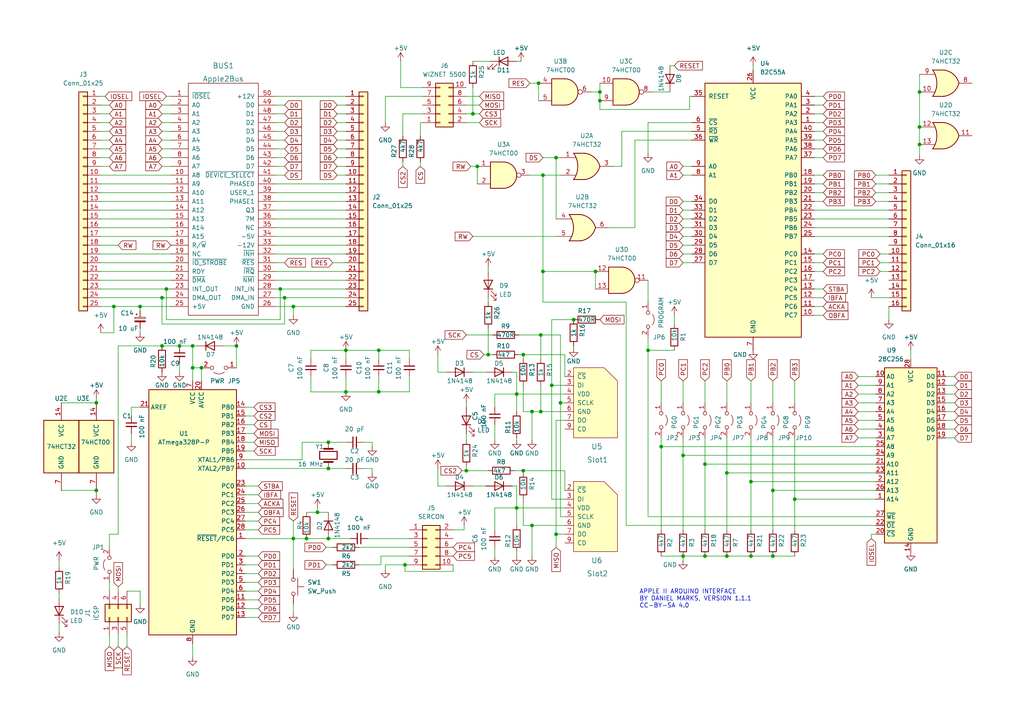
<source format=kicad_sch>
(kicad_sch (version 20211123) (generator eeschema)
  (paper "A4")
  (title_block (title "DAN ][ Controller") (date "2023-07-12") (rev "1.1.1") (company "Daniel L. Marks"))
  (junction (at 82.55 86.36))
  (junction (at 230.505 144.78))
  (junction (at 81.28 83.82))
  (junction (at 27.94 142.24))
  (junction (at 204.47 134.62))
  (junction (at 173.99 26.67))
  (junction (at 58.42 106.68))
  (junction (at 224.155 142.24))
  (junction (at 52.07 100.33))
  (junction (at 187.96 101.6))
  (junction (at 46.99 100.33))
  (junction (at 166.37 92.71))
  (junction (at 138.43 48.26))
  (junction (at 217.805 139.7))
  (junction (at 149.86 147.32))
  (junction (at 100.33 101.6))
  (junction (at 160.02 111.76))
  (junction (at 191.77 129.54))
  (junction (at 210.82 137.16))
  (junction (at 46.99 86.36))
  (junction (at 141.605 102.87))
  (junction (at 55.88 100.33))
  (junction (at 117.475 163.83))
  (junction (at 55.88 106.68))
  (junction (at 48.26 83.82))
  (junction (at 161.29 45.72))
  (junction (at 224.155 161.29))
  (junction (at 266.7 41.91))
  (junction (at 266.7 36.83))
  (junction (at 210.82 161.29))
  (junction (at 137.16 33.02))
  (junction (at 95.25 128.27))
  (junction (at 151.765 136.525))
  (junction (at 204.47 161.29))
  (junction (at 198.12 132.08))
  (junction (at 85.09 88.9))
  (junction (at 198.12 161.29))
  (junction (at 156.845 119.38))
  (junction (at 162.56 116.84))
  (junction (at 173.99 29.21))
  (junction (at 154.305 119.38))
  (junction (at 109.855 113.6396))
  (junction (at 156.845 97.155))
  (junction (at 161.29 154.94))
  (junction (at 157.48 78.74))
  (junction (at 88.9 156.21))
  (junction (at 149.86 114.3))
  (junction (at 217.805 161.29))
  (junction (at 151.765 102.87))
  (junction (at 154.305 152.4))
  (junction (at 33.02 88.9))
  (junction (at 100.33 113.665))
  (junction (at 85.09 156.21))
  (junction (at 109.855 101.6))
  (junction (at 135.255 136.525))
  (junction (at 68.58 100.33))
  (junction (at 172.72 78.74))
  (junction (at 40.64 88.9))
  (junction (at 157.48 50.8))
  (junction (at 27.94 116.84))
  (junction (at 95.25 135.89))
  (junction (at 156.21 24.13))
  (junction (at 92.075 148.59))
  (junction (at 266.7 26.67))
  (junction (at 95.25 156.21))
  (wire (pts (xy 198.12 68.58) (xy 200.66 68.58)))
  (wire (pts (xy 88.9 148.59) (xy 92.075 148.59)))
  (wire (pts (xy 131.445 165.735) (xy 117.475 165.735)))
  (wire (pts (xy 137.16 140.97) (xy 140.97 140.97)))
  (wire (pts (xy 154.305 119.38) (xy 156.845 119.38)))
  (wire (pts (xy 34.29 100.33) (xy 46.99 100.33)))
  (wire (pts (xy 156.845 97.155) (xy 150.495 97.155)))
  (wire (pts (xy 141.605 102.87) (xy 142.875 102.87)))
  (wire (pts (xy 154.305 119.38) (xy 154.305 127.635)))
  (wire (pts (xy 29.21 58.42) (xy 49.53 58.42)))
  (wire (pts (xy 230.505 127) (xy 230.505 144.78)))
  (wire (pts (xy 149.86 17.78) (xy 151.13 17.78)))
  (wire (pts (xy 29.21 83.82) (xy 48.26 83.82)))
  (wire (pts (xy 97.79 40.64) (xy 100.33 40.64)))
  (wire (pts (xy 143.51 153.67) (xy 143.51 147.32)))
  (wire (pts (xy 236.22 58.42) (xy 238.76 58.42)))
  (wire (pts (xy 29.21 43.18) (xy 31.75 43.18)))
  (wire (pts (xy 274.32 111.76) (xy 276.86 111.76)))
  (wire (pts (xy 177.8 48.26) (xy 180.34 48.26)))
  (wire (pts (xy 230.505 144.78) (xy 230.505 153.67)))
  (wire (pts (xy 80.01 55.88) (xy 100.33 55.88)))
  (wire (pts (xy 107.95 128.27) (xy 105.41 128.27)))
  (wire (pts (xy 29.21 35.56) (xy 31.75 35.56)))
  (wire (pts (xy 200.025 31.75) (xy 200.025 27.94)))
  (wire (pts (xy 80.01 78.74) (xy 100.33 78.74)))
  (wire (pts (xy 97.79 48.26) (xy 100.33 48.26)))
  (wire (pts (xy 135.255 135.255) (xy 135.255 136.525)))
  (wire (pts (xy 162.56 97.155) (xy 162.56 116.84)))
  (wire (pts (xy 31.75 168.91) (xy 31.75 171.45)))
  (wire (pts (xy 163.83 102.87) (xy 163.83 109.22)))
  (wire (pts (xy 29.21 45.72) (xy 31.75 45.72)))
  (wire (pts (xy 180.34 48.26) (xy 180.34 38.1)))
  (wire (pts (xy 187.96 35.56) (xy 200.66 35.56)))
  (wire (pts (xy 29.21 48.26) (xy 31.75 48.26)))
  (wire (pts (xy 29.21 38.1) (xy 31.75 38.1)))
  (wire (pts (xy 137.16 107.95) (xy 140.97 107.95)))
  (wire (pts (xy 248.92 127) (xy 254 127)))
  (wire (pts (xy 71.12 148.59) (xy 74.93 148.59)))
  (wire (pts (xy 118.745 104.14) (xy 118.745 101.6)))
  (wire (pts (xy 111.76 165.1) (xy 111.76 163.83)))
  (wire (pts (xy 29.21 68.58) (xy 49.53 68.58)))
  (wire (pts (xy 127 102.87) (xy 127 107.95)))
  (wire (pts (xy 236.22 43.18) (xy 238.76 43.18)))
  (wire (pts (xy 236.22 91.44) (xy 238.76 91.44)))
  (wire (pts (xy 248.92 119.38) (xy 254 119.38)))
  (wire (pts (xy 156.845 111.76) (xy 156.845 119.38)))
  (wire (pts (xy 217.805 161.29) (xy 224.155 161.29)))
  (wire (pts (xy 157.48 50.8) (xy 162.56 50.8)))
  (wire (pts (xy 46.99 48.26) (xy 49.53 48.26)))
  (wire (pts (xy 236.22 33.02) (xy 238.76 33.02)))
  (wire (pts (xy 236.22 40.64) (xy 238.76 40.64)))
  (wire (pts (xy 204.47 127) (xy 204.47 134.62)))
  (wire (pts (xy 95.25 156.21) (xy 101.6 156.21)))
  (wire (pts (xy 107.95 129.54) (xy 107.95 128.27)))
  (wire (pts (xy 210.82 161.29) (xy 217.805 161.29)))
  (wire (pts (xy 85.09 156.21) (xy 85.09 165.1)))
  (wire (pts (xy 148.59 140.97) (xy 149.86 140.97)))
  (wire (pts (xy 137.16 25.4) (xy 137.16 33.02)))
  (wire (pts (xy 85.09 175.26) (xy 85.09 177.8)))
  (wire (pts (xy 149.86 114.3) (xy 163.83 114.3)))
  (wire (pts (xy 29.21 63.5) (xy 49.53 63.5)))
  (wire (pts (xy 46.99 40.64) (xy 49.53 40.64)))
  (wire (pts (xy 224.155 127) (xy 224.155 142.24)))
  (wire (pts (xy 150.495 102.87) (xy 151.765 102.87)))
  (wire (pts (xy 100.33 101.6) (xy 109.855 101.6)))
  (wire (pts (xy 96.52 76.2) (xy 100.33 76.2)))
  (wire (pts (xy 40.64 171.45) (xy 36.83 171.45)))
  (wire (pts (xy 71.12 133.35) (xy 87.63 133.35)))
  (wire (pts (xy 236.22 63.5) (xy 257.81 63.5)))
  (wire (pts (xy 274.32 114.3) (xy 276.86 114.3)))
  (wire (pts (xy 236.22 76.2) (xy 238.76 76.2)))
  (wire (pts (xy 92.075 148.59) (xy 95.25 148.59)))
  (wire (pts (xy 274.32 127) (xy 276.86 127)))
  (wire (pts (xy 34.29 154.94) (xy 34.29 100.33)))
  (wire (pts (xy 187.96 149.86) (xy 254 149.86)))
  (wire (pts (xy 46.99 35.56) (xy 49.53 35.56)))
  (wire (pts (xy 97.79 30.48) (xy 100.33 30.48)))
  (wire (pts (xy 46.99 45.72) (xy 49.53 45.72)))
  (wire (pts (xy 80.01 73.66) (xy 100.33 73.66)))
  (wire (pts (xy 254 132.08) (xy 198.12 132.08)))
  (wire (pts (xy 153.67 24.13) (xy 156.21 24.13)))
  (wire (pts (xy 171.45 26.67) (xy 173.99 26.67)))
  (wire (pts (xy 48.26 92.71) (xy 81.28 92.71)))
  (wire (pts (xy 217.805 139.7) (xy 254 139.7)))
  (wire (pts (xy 255.27 73.66) (xy 257.81 73.66)))
  (wire (pts (xy 137.16 33.02) (xy 139.065 33.02)))
  (wire (pts (xy 80.01 63.5) (xy 100.33 63.5)))
  (wire (pts (xy 149.86 127) (xy 149.86 127.635)))
  (wire (pts (xy 236.22 27.94) (xy 238.76 27.94)))
  (wire (pts (xy 106.68 156.21) (xy 118.745 156.21)))
  (wire (pts (xy 29.21 76.2) (xy 49.53 76.2)))
  (wire (pts (xy 160.02 92.71) (xy 166.37 92.71)))
  (wire (pts (xy 104.14 163.83) (xy 110.49 163.83)))
  (wire (pts (xy 151.765 144.78) (xy 151.765 152.4)))
  (wire (pts (xy 137.16 17.78) (xy 142.24 17.78)))
  (wire (pts (xy 71.12 125.73) (xy 73.66 125.73)))
  (wire (pts (xy 151.765 136.525) (xy 163.83 136.525)))
  (wire (pts (xy 135.255 33.02) (xy 137.16 33.02)))
  (wire (pts (xy 156.845 119.38) (xy 163.83 119.38)))
  (wire (pts (xy 149.86 147.32) (xy 149.86 152.4)))
  (wire (pts (xy 198.12 132.08) (xy 198.12 153.67)))
  (wire (pts (xy 58.42 106.68) (xy 55.88 106.68)))
  (wire (pts (xy 85.09 88.9) (xy 85.09 91.44)))
  (wire (pts (xy 71.12 163.83) (xy 74.93 163.83)))
  (wire (pts (xy 148.59 107.95) (xy 149.86 107.95)))
  (wire (pts (xy 266.7 21.59) (xy 266.7 26.67)))
  (wire (pts (xy 71.12 151.13) (xy 74.93 151.13)))
  (wire (pts (xy 40.64 88.9) (xy 49.53 88.9)))
  (wire (pts (xy 80.01 71.12) (xy 100.33 71.12)))
  (wire (pts (xy 80.01 53.34) (xy 100.33 53.34)))
  (wire (pts (xy 131.445 163.83) (xy 131.445 165.735)))
  (wire (pts (xy 17.78 142.24) (xy 27.94 142.24)))
  (wire (pts (xy 236.22 35.56) (xy 238.76 35.56)))
  (wire (pts (xy 236.22 66.04) (xy 257.81 66.04)))
  (wire (pts (xy 116.205 25.4) (xy 122.555 25.4)))
  (wire (pts (xy 80.01 27.94) (xy 100.33 27.94)))
  (wire (pts (xy 135.255 116.84) (xy 135.255 118.11)))
  (wire (pts (xy 160.02 111.76) (xy 163.83 111.76)))
  (wire (pts (xy 116.84 33.02) (xy 122.555 33.02)))
  (wire (pts (xy 198.12 110.49) (xy 198.12 116.84)))
  (wire (pts (xy 151.765 119.38) (xy 154.305 119.38)))
  (wire (pts (xy 135.255 136.525) (xy 141.605 136.525)))
  (wire (pts (xy 257.81 88.9) (xy 257.81 92.71)))
  (wire (pts (xy 204.47 134.62) (xy 204.47 153.67)))
  (wire (pts (xy 17.145 172.085) (xy 17.145 173.355)))
  (wire (pts (xy 121.92 46.99) (xy 121.92 48.26)))
  (wire (pts (xy 248.92 111.76) (xy 254 111.76)))
  (wire (pts (xy 34.29 184.15) (xy 34.29 187.5028)))
  (wire (pts (xy 17.145 162.56) (xy 17.145 164.465)))
  (wire (pts (xy 46.99 38.1) (xy 49.53 38.1)))
  (wire (pts (xy 173.99 24.13) (xy 173.99 26.67)))
  (wire (pts (xy 55.88 106.68) (xy 55.88 110.49)))
  (wire (pts (xy 111.76 163.83) (xy 117.475 163.83)))
  (wire (pts (xy 198.12 71.12) (xy 200.66 71.12)))
  (wire (pts (xy 71.12 128.27) (xy 73.66 128.27)))
  (wire (pts (xy 191.77 110.49) (xy 191.77 116.84)))
  (wire (pts (xy 17.78 116.84) (xy 27.94 116.84)))
  (wire (pts (xy 111.76 27.94) (xy 122.555 27.94)))
  (wire (pts (xy 198.12 73.66) (xy 200.66 73.66)))
  (wire (pts (xy 27.94 142.24) (xy 27.94 143.51)))
  (wire (pts (xy 156.21 24.13) (xy 156.21 29.21)))
  (wire (pts (xy 173.99 31.75) (xy 200.025 31.75)))
  (wire (pts (xy 181.61 87.63) (xy 181.61 152.4)))
  (wire (pts (xy 236.22 86.36) (xy 238.76 86.36)))
  (wire (pts (xy 127 107.95) (xy 129.54 107.95)))
  (wire (pts (xy 34.29 170.18) (xy 34.29 171.45)))
  (wire (pts (xy 80.01 38.1) (xy 82.55 38.1)))
  (wire (pts (xy 151.765 136.525) (xy 151.765 137.16)))
  (wire (pts (xy 224.155 161.29) (xy 230.505 161.29)))
  (wire (pts (xy 71.12 146.05) (xy 74.93 146.05)))
  (wire (pts (xy 198.12 60.96) (xy 200.66 60.96)))
  (wire (pts (xy 94.615 158.75) (xy 96.52 158.75)))
  (wire (pts (xy 46.99 30.48) (xy 49.53 30.48)))
  (wire (pts (xy 254 50.8) (xy 257.81 50.8)))
  (wire (pts (xy 29.21 86.36) (xy 46.99 86.36)))
  (wire (pts (xy 236.22 50.8) (xy 238.76 50.8)))
  (wire (pts (xy 236.22 53.34) (xy 238.76 53.34)))
  (wire (pts (xy 153.67 50.8) (xy 157.48 50.8)))
  (wire (pts (xy 29.21 50.8) (xy 49.53 50.8)))
  (wire (pts (xy 161.29 45.72) (xy 161.29 63.5)))
  (wire (pts (xy 161.29 121.92) (xy 161.29 154.94)))
  (wire (pts (xy 97.79 35.56) (xy 100.33 35.56)))
  (wire (pts (xy 189.23 26.67) (xy 194.31 26.67)))
  (wire (pts (xy 217.805 139.7) (xy 217.805 153.67)))
  (wire (pts (xy 187.96 97.79) (xy 187.96 101.6)))
  (wire (pts (xy 140.335 102.87) (xy 141.605 102.87)))
  (wire (pts (xy 198.12 63.5) (xy 200.66 63.5)))
  (wire (pts (xy 143.51 158.75) (xy 143.51 161.29)))
  (wire (pts (xy 162.56 116.84) (xy 162.56 149.86)))
  (wire (pts (xy 100.33 101.6) (xy 100.33 104.14)))
  (wire (pts (xy 80.01 35.56) (xy 82.55 35.56)))
  (wire (pts (xy 160.02 144.78) (xy 163.83 144.78)))
  (wire (pts (xy 29.21 78.74) (xy 49.53 78.74)))
  (wire (pts (xy 17.145 180.975) (xy 17.145 183.515)))
  (wire (pts (xy 71.12 179.07) (xy 74.93 179.07)))
  (wire (pts (xy 29.21 27.94) (xy 30.48 27.94)))
  (wire (pts (xy 117.475 165.735) (xy 117.475 163.83)))
  (wire (pts (xy 38.1 118.11) (xy 40.64 118.11)))
  (wire (pts (xy 160.02 111.76) (xy 160.02 92.71)))
  (wire (pts (xy 111.76 35.56) (xy 111.76 27.94)))
  (wire (pts (xy 141.605 86.36) (xy 141.605 87.63)))
  (wire (pts (xy 137.16 68.58) (xy 161.29 68.58)))
  (wire (pts (xy 46.99 93.98) (xy 82.55 93.98)))
  (wire (pts (xy 116.205 17.78) (xy 116.205 25.4)))
  (wire (pts (xy 48.26 27.94) (xy 49.53 27.94)))
  (wire (pts (xy 161.29 45.72) (xy 162.56 45.72)))
  (wire (pts (xy 80.01 50.8) (xy 82.55 50.8)))
  (wire (pts (xy 118.745 109.22) (xy 118.745 113.6396)))
  (wire (pts (xy 85.09 156.21) (xy 88.9 156.21)))
  (wire (pts (xy 29.21 53.34) (xy 49.53 53.34)))
  (wire (pts (xy 29.21 33.02) (xy 31.75 33.02)))
  (wire (pts (xy 156.845 97.155) (xy 162.56 97.155)))
  (wire (pts (xy 87.63 128.27) (xy 95.25 128.27)))
  (wire (pts (xy 55.88 100.33) (xy 57.15 100.33)))
  (wire (pts (xy 116.84 46.99) (xy 116.84 48.26)))
  (wire (pts (xy 80.01 60.96) (xy 100.33 60.96)))
  (wire (pts (xy 40.64 88.9) (xy 40.64 90.17)))
  (wire (pts (xy 134.62 153.67) (xy 131.445 153.67)))
  (wire (pts (xy 68.58 100.33) (xy 68.58 106.68)))
  (wire (pts (xy 157.48 78.74) (xy 172.72 78.74)))
  (wire (pts (xy 198.12 161.29) (xy 198.12 162.56)))
  (wire (pts (xy 71.12 135.89) (xy 95.25 135.89)))
  (wire (pts (xy 100.33 113.665) (xy 109.855 113.665)))
  (wire (pts (xy 90.17 101.6) (xy 90.17 104.14)))
  (wire (pts (xy 198.12 66.04) (xy 200.66 66.04)))
  (wire (pts (xy 274.32 109.22) (xy 276.86 109.22)))
  (wire (pts (xy 80.01 88.9) (xy 85.09 88.9)))
  (wire (pts (xy 97.79 45.72) (xy 100.33 45.72)))
  (wire (pts (xy 85.09 151.13) (xy 85.09 156.21)))
  (wire (pts (xy 252.73 156.21) (xy 252.73 154.94)))
  (wire (pts (xy 264.16 101.6) (xy 264.16 104.14)))
  (wire (pts (xy 162.56 149.86) (xy 163.83 149.86)))
  (wire (pts (xy 255.27 78.74) (xy 257.81 78.74)))
  (wire (pts (xy 29.21 55.88) (xy 49.53 55.88)))
  (wire (pts (xy 163.83 142.24) (xy 163.83 136.525)))
  (wire (pts (xy 266.7 26.67) (xy 266.7 36.83)))
  (wire (pts (xy 81.28 92.71) (xy 81.28 83.82)))
  (wire (pts (xy 151.765 111.76) (xy 151.765 119.38)))
  (wire (pts (xy 149.86 140.97) (xy 149.86 147.32)))
  (wire (pts (xy 217.805 110.49) (xy 217.805 116.84)))
  (wire (pts (xy 64.77 100.33) (xy 68.58 100.33)))
  (wire (pts (xy 149.86 160.02) (xy 149.86 161.29)))
  (wire (pts (xy 191.77 129.54) (xy 191.77 127)))
  (wire (pts (xy 71.12 173.99) (xy 74.93 173.99)))
  (wire (pts (xy 80.01 86.36) (xy 82.55 86.36)))
  (wire (pts (xy 135.255 125.73) (xy 135.255 127.635)))
  (wire (pts (xy 157.48 78.74) (xy 157.48 87.63)))
  (wire (pts (xy 224.155 142.24) (xy 224.155 153.67)))
  (wire (pts (xy 161.29 158.75) (xy 161.29 154.94)))
  (wire (pts (xy 274.32 119.38) (xy 276.86 119.38)))
  (wire (pts (xy 58.42 110.49) (xy 58.42 106.68)))
  (wire (pts (xy 173.99 26.67) (xy 173.99 29.21)))
  (wire (pts (xy 38.1 120.65) (xy 38.1 118.11)))
  (wire (pts (xy 88.9 156.21) (xy 95.25 156.21)))
  (wire (pts (xy 90.17 113.665) (xy 100.33 113.665)))
  (wire (pts (xy 254 55.88) (xy 257.81 55.88)))
  (wire (pts (xy 82.55 86.36) (xy 100.33 86.36)))
  (wire (pts (xy 136.525 48.26) (xy 138.43 48.26)))
  (wire (pts (xy 40.64 95.25) (xy 40.64 96.52)))
  (wire (pts (xy 71.12 171.45) (xy 74.93 171.45)))
  (wire (pts (xy 254 53.34) (xy 257.81 53.34)))
  (wire (pts (xy 127 135.89) (xy 127 140.97)))
  (wire (pts (xy 80.01 66.04) (xy 100.33 66.04)))
  (wire (pts (xy 149.86 119.38) (xy 149.86 114.3)))
  (wire (pts (xy 80.01 33.02) (xy 82.55 33.02)))
  (wire (pts (xy 248.92 121.92) (xy 254 121.92)))
  (wire (pts (xy 109.855 109.22) (xy 109.855 113.6396)))
  (wire (pts (xy 80.01 45.72) (xy 82.55 45.72)))
  (wire (pts (xy 157.48 50.8) (xy 157.48 78.74)))
  (wire (pts (xy 80.01 43.18) (xy 82.55 43.18)))
  (wire (pts (xy 151.765 152.4) (xy 154.305 152.4)))
  (wire (pts (xy 236.22 83.82) (xy 238.76 83.82)))
  (wire (pts (xy 92.075 147.32) (xy 92.075 148.59)))
  (wire (pts (xy 191.77 129.54) (xy 191.77 153.67)))
  (wire (pts (xy 80.01 58.42) (xy 100.33 58.42)))
  (wire (pts (xy 230.505 110.49) (xy 230.505 116.84)))
  (wire (pts (xy 80.01 81.28) (xy 100.33 81.28)))
  (wire (pts (xy 127 140.97) (xy 129.54 140.97)))
  (wire (pts (xy 46.99 86.36) (xy 49.53 86.36)))
  (wire (pts (xy 29.21 71.12) (xy 34.29 71.12)))
  (wire (pts (xy 166.37 100.33) (xy 166.37 100.965)))
  (wire (pts (xy 55.88 100.33) (xy 55.88 106.68)))
  (wire (pts (xy 191.77 129.54) (xy 254 129.54)))
  (wire (pts (xy 187.96 101.6) (xy 187.96 149.86)))
  (wire (pts (xy 161.29 154.94) (xy 163.83 154.94)))
  (wire (pts (xy 100.33 109.22) (xy 100.33 113.665)))
  (wire (pts (xy 157.48 87.63) (xy 181.61 87.63)))
  (wire (pts (xy 87.63 133.35) (xy 87.63 128.27)))
  (wire (pts (xy 204.47 110.49) (xy 204.47 116.84)))
  (wire (pts (xy 210.82 137.16) (xy 210.82 153.67)))
  (wire (pts (xy 236.22 73.66) (xy 238.76 73.66)))
  (wire (pts (xy 160.02 144.78) (xy 160.02 111.76)))
  (wire (pts (xy 217.805 127) (xy 217.805 139.7)))
  (wire (pts (xy 52.07 105.41) (xy 52.07 107.95)))
  (wire (pts (xy 210.82 137.16) (xy 254 137.16)))
  (wire (pts (xy 266.7 41.91) (xy 266.7 45.085)))
  (wire (pts (xy 200.025 27.94) (xy 200.66 27.94)))
  (wire (pts (xy 194.31 19.05) (xy 195.58 19.05)))
  (wire (pts (xy 80.01 83.82) (xy 81.28 83.82)))
  (wire (pts (xy 46.99 100.33) (xy 52.07 100.33)))
  (wire (pts (xy 254 58.42) (xy 257.81 58.42)))
  (wire (pts (xy 161.29 121.92) (xy 163.83 121.92)))
  (wire (pts (xy 80.01 76.2) (xy 82.55 76.2)))
  (wire (pts (xy 143.51 118.11) (xy 143.51 114.3)))
  (wire (pts (xy 85.09 88.9) (xy 100.33 88.9)))
  (wire (pts (xy 138.43 48.26) (xy 138.43 53.34)))
  (wire (pts (xy 230.505 144.78) (xy 254 144.78)))
  (wire (pts (xy 109.855 101.6) (xy 109.855 104.14)))
  (wire (pts (xy 143.51 114.3) (xy 149.86 114.3)))
  (wire (pts (xy 151.765 102.87) (xy 151.765 104.14)))
  (wire (pts (xy 109.855 101.6) (xy 118.745 101.6)))
  (wire (pts (xy 236.22 38.1) (xy 238.76 38.1)))
  (wire (pts (xy 97.79 50.8) (xy 100.33 50.8)))
  (wire (pts (xy 97.79 38.1) (xy 100.33 38.1)))
  (wire (pts (xy 80.01 48.26) (xy 82.55 48.26)))
  (wire (pts (xy 184.15 66.04) (xy 184.15 40.64)))
  (wire (pts (xy 135.255 35.56) (xy 139.065 35.56)))
  (wire (pts (xy 252.73 86.36) (xy 257.81 86.36)))
  (wire (pts (xy 71.12 176.53) (xy 74.93 176.53)))
  (wire (pts (xy 81.28 83.82) (xy 100.33 83.82)))
  (wire (pts (xy 236.22 30.48) (xy 238.76 30.48)))
  (wire (pts (xy 71.12 161.29) (xy 74.93 161.29)))
  (wire (pts (xy 94.615 163.83) (xy 96.52 163.83)))
  (wire (pts (xy 274.32 116.84) (xy 276.86 116.84)))
  (wire (pts (xy 198.12 50.8) (xy 200.66 50.8)))
  (wire (pts (xy 157.48 45.72) (xy 161.29 45.72)))
  (wire (pts (xy 187.96 44.45) (xy 187.96 35.56)))
  (wire (pts (xy 133.985 136.525) (xy 135.255 136.525)))
  (wire (pts (xy 121.92 35.56) (xy 122.555 35.56)))
  (wire (pts (xy 274.32 124.46) (xy 276.86 124.46)))
  (wire (pts (xy 80.01 30.48) (xy 82.55 30.48)))
  (wire (pts (xy 71.12 118.11) (xy 73.66 118.11)))
  (wire (pts (xy 135.255 27.94) (xy 139.065 27.94)))
  (wire (pts (xy 156.845 104.14) (xy 156.845 97.155)))
  (wire (pts (xy 110.49 161.29) (xy 118.745 161.29)))
  (wire (pts (xy 236.22 68.58) (xy 257.81 68.58)))
  (wire (pts (xy 180.34 38.1) (xy 200.66 38.1)))
  (wire (pts (xy 248.92 116.84) (xy 254 116.84)))
  (wire (pts (xy 172.72 78.74) (xy 172.72 83.82)))
  (wire (pts (xy 110.49 163.83) (xy 110.49 161.29)))
  (wire (pts (xy 95.25 128.27) (xy 100.33 128.27)))
  (wire (pts (xy 236.22 55.88) (xy 238.76 55.88)))
  (wire (pts (xy 71.12 143.51) (xy 74.93 143.51)))
  (wire (pts (xy 198.12 127) (xy 198.12 132.08)))
  (wire (pts (xy 71.12 140.97) (xy 74.93 140.97)))
  (wire (pts (xy 198.12 76.2) (xy 200.66 76.2)))
  (wire (pts (xy 33.02 88.9) (xy 33.02 96.52)))
  (wire (pts (xy 29.21 66.04) (xy 49.53 66.04)))
  (wire (pts (xy 248.92 114.3) (xy 254 114.3)))
  (wire (pts (xy 116.84 39.37) (xy 116.84 33.02)))
  (wire (pts (xy 224.155 142.24) (xy 254 142.24)))
  (wire (pts (xy 135.255 30.48) (xy 139.065 30.48)))
  (wire (pts (xy 154.305 152.4) (xy 163.83 152.4)))
  (wire (pts (xy 27.94 115.57) (xy 27.94 116.84)))
  (wire (pts (xy 198.12 161.29) (xy 204.47 161.29)))
  (wire (pts (xy 33.02 88.9) (xy 40.64 88.9)))
  (wire (pts (xy 95.25 135.89) (xy 100.33 135.89)))
  (wire (pts (xy 46.99 33.02) (xy 49.53 33.02)))
  (wire (pts (xy 71.12 153.67) (xy 74.93 153.67)))
  (wire (pts (xy 40.64 175.26) (xy 40.64 171.45)))
  (wire (pts (xy 71.12 168.91) (xy 74.93 168.91)))
  (wire (pts (xy 107.95 135.89) (xy 105.41 135.89)))
  (wire (pts (xy 31.75 184.15) (xy 31.75 187.5028)))
  (wire (pts (xy 248.92 109.22) (xy 254 109.22)))
  (wire (pts (xy 187.96 101.6) (xy 195.58 101.6)))
  (wire (pts (xy 71.12 123.19) (xy 73.66 123.19)))
  (wire (pts (xy 71.12 120.65) (xy 73.66 120.65)))
  (wire (pts (xy 52.07 100.33) (xy 55.88 100.33)))
  (wire (pts (xy 100.33 101.6) (xy 90.17 101.6)))
  (wire (pts (xy 210.82 127) (xy 210.82 137.16)))
  (wire (pts (xy 141.605 95.25) (xy 141.605 102.87)))
  (wire (pts (xy 149.86 114.3) (xy 149.86 107.95)))
  (wire (pts (xy 121.92 39.37) (xy 121.92 35.56)))
  (wire (pts (xy 117.475 163.83) (xy 118.745 163.83)))
  (wire (pts (xy 107.95 135.89) (xy 107.95 137.16)))
  (wire (pts (xy 181.61 152.4) (xy 254 152.4)))
  (wire (pts (xy 109.855 113.6396) (xy 109.855 113.665)))
  (wire (pts (xy 195.58 91.44) (xy 195.58 93.98)))
  (wire (pts (xy 80.01 68.58) (xy 100.33 68.58)))
  (wire (pts (xy 36.83 184.15) (xy 36.83 187.5536)))
  (wire (pts (xy 236.22 60.96) (xy 257.81 60.96)))
  (wire (pts (xy 55.88 186.69) (xy 55.88 190.5)))
  (wire (pts (xy 71.12 130.81) (xy 73.66 130.81)))
  (wire (pts (xy 252.73 154.94) (xy 254 154.94)))
  (wire (pts (xy 135.255 97.155) (xy 142.875 97.155)))
  (wire (pts (xy 48.26 83.82) (xy 48.26 92.71)))
  (wire (pts (xy 29.21 60.96) (xy 49.53 60.96)))
  (wire (pts (xy 266.7 36.83) (xy 266.7 41.91)))
  (wire (pts (xy 143.51 123.19) (xy 143.51 127.635)))
  (wire (pts (xy 184.15 40.64) (xy 200.66 40.64)))
  (wire (pts (xy 176.53 66.04) (xy 184.15 66.04)))
  (wire (pts (xy 236.22 78.74) (xy 238.76 78.74)))
  (wire (pts (xy 204.47 134.62) (xy 254 134.62)))
  (wire (pts (xy 151.765 136.525) (xy 149.225 136.525)))
  (wire (pts (xy 46.99 86.36) (xy 46.99 93.98)))
  (wire (pts (xy 204.47 161.29) (xy 210.82 161.29)))
  (wire (pts (xy 33.02 96.52) (xy 29.21 96.52)))
  (wire (pts (xy 149.86 147.32) (xy 163.83 147.32)))
  (wire (pts (xy 90.17 109.22) (xy 90.17 113.665)))
  (wire (pts (xy 29.21 81.28) (xy 49.53 81.28)))
  (wire (pts (xy 46.99 43.18) (xy 49.53 43.18)))
  (wire (pts (xy 29.21 30.48) (xy 31.75 30.48)))
  (wire (pts (xy 198.12 48.26) (xy 200.66 48.26)))
  (wire (pts (xy 48.26 83.82) (xy 49.53 83.82)))
  (wire (pts (xy 29.21 40.64) (xy 31.75 40.64)))
  (wire (pts (xy 141.605 77.47) (xy 141.605 78.74)))
  (wire (pts (xy 38.1 125.73) (xy 38.1 128.27)))
  (wire (pts (xy 236.22 88.9) (xy 238.76 88.9)))
  (wire (pts (xy 97.79 33.02) (xy 100.33 33.02)))
  (wire (pts (xy 118.745 113.6396) (xy 109.855 113.6396)))
  (wire (pts (xy 71.12 156.21) (xy 85.09 156.21)))
  (wire (pts (xy 151.765 102.87) (xy 163.83 102.87)))
  (wire (pts (xy 236.22 45.72) (xy 238.76 45.72)))
  (wire (pts (xy 29.21 88.9) (xy 33.02 88.9)))
  (wire (pts (xy 218.44 19.05) (xy 218.44 20.32)))
  (wire (pts (xy 143.51 147.32) (xy 149.86 147.32)))
  (wire (pts (xy 71.12 166.37) (xy 74.93 166.37)))
  (wire (pts (xy 154.305 152.4) (xy 154.305 161.29)))
  (wire (pts (xy 198.12 58.42) (xy 200.66 58.42)))
  (wire (pts (xy 224.155 110.49) (xy 224.155 116.84)))
  (wire (pts (xy 80.01 40.64) (xy 82.55 40.64)))
  (wire (pts (xy 31.75 154.94) (xy 31.75 158.75)))
  (wire (pts (xy 97.79 43.18) (xy 100.33 43.18)))
  (wire (pts (xy 29.21 73.66) (xy 49.53 73.66)))
  (wire (pts (xy 134.62 152.4) (xy 134.62 153.67)))
  (wire (pts (xy 210.82 110.49) (xy 210.82 116.84)))
  (wire (pts (xy 187.96 81.28) (xy 187.96 87.63)))
  (wire (pts (xy 173.99 29.21) (xy 173.99 31.75)))
  (wire (pts (xy 255.27 76.2) (xy 257.81 76.2)))
  (wire (pts (xy 31.75 154.94) (xy 34.29 154.94)))
  (wire (pts (xy 274.32 121.92) (xy 276.86 121.92)))
  (wire (pts (xy 104.14 158.75) (xy 118.745 158.75)))
  (wire (pts (xy 248.92 124.46) (xy 254 124.46)))
  (wire (pts (xy 82.55 93.98) (xy 82.55 86.36)))
  (wire (pts (xy 191.77 161.29) (xy 198.12 161.29)))
  (wire (pts (xy 162.56 116.84) (xy 163.83 116.84)))
  (text "APPLE II ARDUINO INTERFACE\nBY DANIEL MARKS, VERSION 1.1.1\nCC-BY-SA 4.0\n" (at 185.42 176.53 0) (effects (font (size 1.27 1.27)) (justify left bottom)))
  (global_label "SCK" (shape input) (at 139.065 35.56 0) (property "Intersheet References" "${INTERSHEET_REFS}" (effects hide)))
  (global_label "D1" (shape input) (at 97.79 33.02 180) (property "Intersheet References" "${INTERSHEET_REFS}" (effects hide)))
  (global_label "D5" (shape input) (at 276.86 121.92 0) (property "Intersheet References" "${INTERSHEET_REFS}" (effects hide)))
  (global_label "A3" (shape input) (at 31.75 38.1 0) (property "Intersheet References" "${INTERSHEET_REFS}" (effects hide)))
  (global_label "MOSI" (shape input) (at 139.065 30.48 0) (property "Intersheet References" "${INTERSHEET_REFS}" (effects hide)))
  (global_label "IOSEL" (shape input) (at 252.73 156.21 270) (property "Intersheet References" "${INTERSHEET_REFS}" (effects hide)))
  (global_label "RESET" (shape input) (at 36.83 187.5536 270) (property "Intersheet References" "${INTERSHEET_REFS}" (effects hide)))
  (global_label "DS" (shape input) (at 97.79 50.8 180) (property "Intersheet References" "${INTERSHEET_REFS}" (effects hide)))
  (global_label "A3" (shape input) (at 46.99 38.1 180) (property "Intersheet References" "${INTERSHEET_REFS}" (effects hide)))
  (global_label "ACKA" (shape input) (at 238.76 88.9 0) (property "Intersheet References" "${INTERSHEET_REFS}" (effects hide)))
  (global_label "MISO" (shape input) (at 161.29 158.75 270) (property "Intersheet References" "${INTERSHEET_REFS}" (effects hide)))
  (global_label "PD7" (shape input) (at 74.93 179.07 0) (property "Intersheet References" "${INTERSHEET_REFS}" (effects hide)))
  (global_label "PD2" (shape input) (at 238.76 33.02 0) (property "Intersheet References" "${INTERSHEET_REFS}" (effects hide)))
  (global_label "D0" (shape input) (at 82.55 30.48 0) (property "Intersheet References" "${INTERSHEET_REFS}" (effects hide)))
  (global_label "PD2" (shape input) (at 74.93 166.37 0) (property "Intersheet References" "${INTERSHEET_REFS}" (effects hide)))
  (global_label "CS2" (shape input) (at 133.985 136.525 180) (property "Intersheet References" "${INTERSHEET_REFS}" (effects hide)))
  (global_label "PC1" (shape input) (at 198.12 110.49 90) (property "Intersheet References" "${INTERSHEET_REFS}" (effects hide)))
  (global_label "DS" (shape input) (at 82.55 50.8 0) (property "Intersheet References" "${INTERSHEET_REFS}" (effects hide)))
  (global_label "A4" (shape input) (at 46.99 40.64 180) (property "Intersheet References" "${INTERSHEET_REFS}" (effects hide)))
  (global_label "PB1" (shape input) (at 217.805 110.49 90) (property "Intersheet References" "${INTERSHEET_REFS}" (effects hide)))
  (global_label "PD0" (shape input) (at 94.615 158.75 180) (property "Intersheet References" "${INTERSHEET_REFS}" (effects hide)))
  (global_label "D5" (shape input) (at 82.55 43.18 0) (property "Intersheet References" "${INTERSHEET_REFS}" (effects hide)))
  (global_label "PB2" (shape input) (at 238.76 55.88 0) (property "Intersheet References" "${INTERSHEET_REFS}" (effects hide)))
  (global_label "RES" (shape input) (at 153.67 24.13 180) (property "Intersheet References" "${INTERSHEET_REFS}" (effects hide)))
  (global_label "DS" (shape input) (at 157.48 45.72 180) (property "Intersheet References" "${INTERSHEET_REFS}" (effects hide)))
  (global_label "D5" (shape input) (at 198.12 71.12 180) (property "Intersheet References" "${INTERSHEET_REFS}" (effects hide)))
  (global_label "PC0" (shape input) (at 255.27 73.66 180) (property "Intersheet References" "${INTERSHEET_REFS}" (effects hide)))
  (global_label "D4" (shape input) (at 82.55 40.64 0) (property "Intersheet References" "${INTERSHEET_REFS}" (effects hide)))
  (global_label "PB2" (shape input) (at 254 55.88 180) (property "Intersheet References" "${INTERSHEET_REFS}" (effects hide)))
  (global_label "MISO" (shape input) (at 31.75 187.5028 270) (property "Intersheet References" "${INTERSHEET_REFS}" (effects hide)))
  (global_label "D1" (shape input) (at 198.12 60.96 180) (property "Intersheet References" "${INTERSHEET_REFS}" (effects hide)))
  (global_label "D3" (shape input) (at 82.55 38.1 0) (property "Intersheet References" "${INTERSHEET_REFS}" (effects hide)))
  (global_label "PC2" (shape input) (at 255.27 78.74 180) (property "Intersheet References" "${INTERSHEET_REFS}" (effects hide)))
  (global_label "PB3" (shape input) (at 230.505 110.49 90) (property "Intersheet References" "${INTERSHEET_REFS}" (effects hide)))
  (global_label "RES" (shape input) (at 82.55 76.2 0) (property "Intersheet References" "${INTERSHEET_REFS}" (effects hide)))
  (global_label "D4" (shape input) (at 97.79 40.64 180) (property "Intersheet References" "${INTERSHEET_REFS}" (effects hide)))
  (global_label "PB0" (shape input) (at 210.82 110.49 90) (property "Intersheet References" "${INTERSHEET_REFS}" (effects hide)))
  (global_label "A7" (shape input) (at 46.99 48.26 180) (property "Intersheet References" "${INTERSHEET_REFS}" (effects hide)))
  (global_label "D7" (shape input) (at 276.86 127 0) (property "Intersheet References" "${INTERSHEET_REFS}" (effects hide)))
  (global_label "PC4" (shape input) (at 131.445 158.75 0) (property "Intersheet References" "${INTERSHEET_REFS}" (effects hide)))
  (global_label "D7" (shape input) (at 198.12 76.2 180) (property "Intersheet References" "${INTERSHEET_REFS}" (effects hide)))
  (global_label "MOSI" (shape input) (at 73.66 125.73 0) (property "Intersheet References" "${INTERSHEET_REFS}" (effects hide)))
  (global_label "CS2" (shape input) (at 116.84 48.26 270) (property "Intersheet References" "${INTERSHEET_REFS}" (effects hide)))
  (global_label "MISO" (shape input) (at 73.66 128.27 0) (property "Intersheet References" "${INTERSHEET_REFS}" (effects hide)))
  (global_label "A5" (shape input) (at 46.99 43.18 180) (property "Intersheet References" "${INTERSHEET_REFS}" (effects hide)))
  (global_label "PB1" (shape input) (at 254 53.34 180) (property "Intersheet References" "${INTERSHEET_REFS}" (effects hide)))
  (global_label "PD3" (shape input) (at 238.76 35.56 0) (property "Intersheet References" "${INTERSHEET_REFS}" (effects hide)))
  (global_label "A0" (shape input) (at 248.92 109.22 180) (property "Intersheet References" "${INTERSHEET_REFS}" (effects hide)))
  (global_label "PB0" (shape input) (at 254 50.8 180) (property "Intersheet References" "${INTERSHEET_REFS}" (effects hide)))
  (global_label "D0" (shape input) (at 276.86 109.22 0) (property "Intersheet References" "${INTERSHEET_REFS}" (effects hide)))
  (global_label "D3" (shape input) (at 276.86 116.84 0) (property "Intersheet References" "${INTERSHEET_REFS}" (effects hide)))
  (global_label "ACKA" (shape input) (at 74.93 146.05 0) (property "Intersheet References" "${INTERSHEET_REFS}" (effects hide)))
  (global_label "OBFA" (shape input) (at 74.93 148.59 0) (property "Intersheet References" "${INTERSHEET_REFS}" (effects hide)))
  (global_label "PD1" (shape input) (at 94.615 163.83 180) (property "Intersheet References" "${INTERSHEET_REFS}" (effects hide)))
  (global_label "MOSI" (shape input) (at 173.99 92.71 0) (property "Intersheet References" "${INTERSHEET_REFS}" (effects hide)))
  (global_label "D2" (shape input) (at 198.12 63.5 180) (property "Intersheet References" "${INTERSHEET_REFS}" (effects hide)))
  (global_label "IBFA" (shape input) (at 238.76 86.36 0) (property "Intersheet References" "${INTERSHEET_REFS}" (effects hide)))
  (global_label "D6" (shape input) (at 97.79 45.72 180) (property "Intersheet References" "${INTERSHEET_REFS}" (effects hide)))
  (global_label "STBA" (shape input) (at 238.76 83.82 0) (property "Intersheet References" "${INTERSHEET_REFS}" (effects hide)))
  (global_label "PD5" (shape input) (at 238.76 40.64 0) (property "Intersheet References" "${INTERSHEET_REFS}" (effects hide)))
  (global_label "PC1" (shape input) (at 255.27 76.2 180) (property "Intersheet References" "${INTERSHEET_REFS}" (effects hide)))
  (global_label "CS" (shape input) (at 73.66 123.19 0) (property "Intersheet References" "${INTERSHEET_REFS}" (effects hide)))
  (global_label "RW" (shape input) (at 137.16 68.58 180) (property "Intersheet References" "${INTERSHEET_REFS}" (effects hide)))
  (global_label "A7" (shape input) (at 248.92 127 180) (property "Intersheet References" "${INTERSHEET_REFS}" (effects hide)))
  (global_label "IBFA" (shape input) (at 74.93 143.51 0) (property "Intersheet References" "${INTERSHEET_REFS}" (effects hide)))
  (global_label "A0" (shape input) (at 46.99 30.48 180) (property "Intersheet References" "${INTERSHEET_REFS}" (effects hide)))
  (global_label "A4" (shape input) (at 248.92 119.38 180) (property "Intersheet References" "${INTERSHEET_REFS}" (effects hide)))
  (global_label "PD7" (shape input) (at 238.76 45.72 0) (property "Intersheet References" "${INTERSHEET_REFS}" (effects hide)))
  (global_label "PD4" (shape input) (at 238.76 38.1 0) (property "Intersheet References" "${INTERSHEET_REFS}" (effects hide)))
  (global_label "D6" (shape input) (at 198.12 73.66 180) (property "Intersheet References" "${INTERSHEET_REFS}" (effects hide)))
  (global_label "D4" (shape input) (at 276.86 119.38 0) (property "Intersheet References" "${INTERSHEET_REFS}" (effects hide)))
  (global_label "PD5" (shape input) (at 74.93 173.99 0) (property "Intersheet References" "${INTERSHEET_REFS}" (effects hide)))
  (global_label "D0" (shape input) (at 198.12 58.42 180) (property "Intersheet References" "${INTERSHEET_REFS}" (effects hide)))
  (global_label "CS2" (shape input) (at 73.66 120.65 0) (property "Intersheet References" "${INTERSHEET_REFS}" (effects hide)))
  (global_label "CS" (shape input) (at 121.92 48.26 270) (property "Intersheet References" "${INTERSHEET_REFS}" (effects hide)))
  (global_label "RW" (shape input) (at 49.53 71.12 180) (property "Intersheet References" "${INTERSHEET_REFS}" (effects hide)))
  (global_label "A0" (shape input) (at 31.75 30.48 0) (property "Intersheet References" "${INTERSHEET_REFS}" (effects hide)))
  (global_label "IOSEL" (shape input) (at 48.26 27.94 180) (property "Intersheet References" "${INTERSHEET_REFS}" (effects hide)))
  (global_label "D7" (shape input) (at 97.79 48.26 180) (property "Intersheet References" "${INTERSHEET_REFS}" (effects hide)))
  (global_label "RES" (shape input) (at 96.52 76.2 180) (property "Intersheet References" "${INTERSHEET_REFS}" (effects hide)))
  (global_label "PB3" (shape input) (at 238.76 58.42 0) (property "Intersheet References" "${INTERSHEET_REFS}" (effects hide)))
  (global_label "A1" (shape input) (at 248.92 111.76 180) (property "Intersheet References" "${INTERSHEET_REFS}" (effects hide)))
  (global_label "D2" (shape input) (at 276.86 114.3 0) (property "Intersheet References" "${INTERSHEET_REFS}" (effects hide)))
  (global_label "PD1" (shape input) (at 74.93 163.83 0) (property "Intersheet References" "${INTERSHEET_REFS}" (effects hide)))
  (global_label "D6" (shape input) (at 276.86 124.46 0) (property "Intersheet References" "${INTERSHEET_REFS}" (effects hide)))
  (global_label "PC2" (shape input) (at 238.76 78.74 0) (property "Intersheet References" "${INTERSHEET_REFS}" (effects hide)))
  (global_label "RESET" (shape input) (at 195.58 19.05 0) (property "Intersheet References" "${INTERSHEET_REFS}" (effects hide)))
  (global_label "PC5" (shape input) (at 74.93 153.67 0) (property "Intersheet References" "${INTERSHEET_REFS}" (effects hide)))
  (global_label "A6" (shape input) (at 31.75 45.72 0) (property "Intersheet References" "${INTERSHEET_REFS}" (effects hide)))
  (global_label "MISO" (shape input) (at 139.065 27.94 0) (property "Intersheet References" "${INTERSHEET_REFS}" (effects hide)))
  (global_label "D7" (shape input) (at 82.55 48.26 0) (property "Intersheet References" "${INTERSHEET_REFS}" (effects hide)))
  (global_label "D2" (shape input) (at 97.79 35.56 180) (property "Intersheet References" "${INTERSHEET_REFS}" (effects hide)))
  (global_label "SCK" (shape input) (at 34.29 187.5028 270) (property "Intersheet References" "${INTERSHEET_REFS}" (effects hide)))
  (global_label "A2" (shape input) (at 31.75 35.56 0) (property "Intersheet References" "${INTERSHEET_REFS}" (effects hide)))
  (global_label "CS3" (shape input) (at 73.66 118.11 0) (property "Intersheet References" "${INTERSHEET_REFS}" (effects hide)))
  (global_label "D0" (shape input) (at 97.79 30.48 180) (property "Intersheet References" "${INTERSHEET_REFS}" (effects hide)))
  (global_label "A7" (shape input) (at 31.75 48.26 0) (property "Intersheet References" "${INTERSHEET_REFS}" (effects hide)))
  (global_label "PD3" (shape input) (at 74.93 168.91 0) (property "Intersheet References" "${INTERSHEET_REFS}" (effects hide)))
  (global_label "PC0" (shape input) (at 238.76 73.66 0) (property "Intersheet References" "${INTERSHEET_REFS}" (effects hide)))
  (global_label "A5" (shape input) (at 248.92 121.92 180) (property "Intersheet References" "${INTERSHEET_REFS}" (effects hide)))
  (global_label "A6" (shape input) (at 46.99 45.72 180) (property "Intersheet References" "${INTERSHEET_REFS}" (effects hide)))
  (global_label "PC0" (shape input) (at 191.77 110.49 90) (property "Intersheet References" "${INTERSHEET_REFS}" (effects hide)))
  (global_label "RW" (shape input) (at 136.525 48.26 180) (property "Intersheet References" "${INTERSHEET_REFS}" (effects hide)))
  (global_label "PB0" (shape input) (at 238.76 50.8 0) (property "Intersheet References" "${INTERSHEET_REFS}" (effects hide)))
  (global_label "A1" (shape input) (at 46.99 33.02 180) (property "Intersheet References" "${INTERSHEET_REFS}" (effects hide)))
  (global_label "RESET" (shape input) (at 85.09 151.13 90) (property "Intersheet References" "${INTERSHEET_REFS}" (effects hide)))
  (global_label "A6" (shape input) (at 248.92 124.46 180) (property "Intersheet References" "${INTERSHEET_REFS}" (effects hide)))
  (global_label "RW" (shape input) (at 34.29 71.12 0) (property "Intersheet References" "${INTERSHEET_REFS}" (effects hide)))
  (global_label "PD1" (shape input) (at 238.76 30.48 0) (property "Intersheet References" "${INTERSHEET_REFS}" (effects hide)))
  (global_label "PD0" (shape input) (at 238.76 27.94 0) (property "Intersheet References" "${INTERSHEET_REFS}" (effects hide)))
  (global_label "PC2" (shape input) (at 204.47 110.49 90) (property "Intersheet References" "${INTERSHEET_REFS}" (effects hide)))
  (global_label "D1" (shape input) (at 276.86 111.76 0) (property "Intersheet References" "${INTERSHEET_REFS}" (effects hide)))
  (global_label "A0" (shape input) (at 198.12 48.26 180) (property "Intersheet References" "${INTERSHEET_REFS}" (effects hide)))
  (global_label "PD6" (shape input) (at 74.93 176.53 0) (property "Intersheet References" "${INTERSHEET_REFS}" (effects hide)))
  (global_label "SCK" (shape input) (at 135.255 97.155 180) (property "Intersheet References" "${INTERSHEET_REFS}" (effects hide)))
  (global_label "PD0" (shape input) (at 74.93 161.29 0) (property "Intersheet References" "${INTERSHEET_REFS}" (effects hide)))
  (global_label "D2" (shape input) (at 82.55 35.56 0) (property "Intersheet References" "${INTERSHEET_REFS}" (effects hide)))
  (global_label "PB2" (shape input) (at 224.155 110.49 90) (property "Intersheet References" "${INTERSHEET_REFS}" (effects hide)))
  (global_label "PB1" (shape input) (at 238.76 53.34 0) (property "Intersheet References" "${INTERSHEET_REFS}" (effects hide)))
  (global_label "A4" (shape input) (at 31.75 40.64 0) (property "Intersheet References" "${INTERSHEET_REFS}" (effects hide)))
  (global_label "CS" (shape input) (at 140.335 102.87 180) (property "Intersheet References" "${INTERSHEET_REFS}" (effects hide)))
  (global_label "A5" (shape input) (at 31.75 43.18 0) (property "Intersheet References" "${INTERSHEET_REFS}" (effects hide)))
  (global_label "A1" (shape input) (at 31.75 33.02 0) (property "Intersheet References" "${INTERSHEET_REFS}" (effects hide)))
  (global_label "MOSI" (shape input) (at 34.29 170.18 90) (property "Intersheet References" "${INTERSHEET_REFS}" (effects hide)))
  (global_label "PB3" (shape input) (at 254 58.42 180) (property "Intersheet References" "${INTERSHEET_REFS}" (effects hide)))
  (global_label "D1" (shape input) (at 82.55 33.02 0) (property "Intersheet References" "${INTERSHEET_REFS}" (effects hide)))
  (global_label "SCK" (shape input) (at 73.66 130.81 0) (property "Intersheet References" "${INTERSHEET_REFS}" (effects hide)))
  (global_label "D6" (shape input) (at 82.55 45.72 0) (property "Intersheet References" "${INTERSHEET_REFS}" (effects hide)))
  (global_label "STBA" (shape input) (at 74.93 140.97 0) (property "Intersheet References" "${INTERSHEET_REFS}" (effects hide)))
  (global_label "PC5" (shape input) (at 131.445 161.29 0) (property "Intersheet References" "${INTERSHEET_REFS}" (effects hide)))
  (global_label "A2" (shape input) (at 46.99 35.56 180) (property "Intersheet References" "${INTERSHEET_REFS}" (effects hide)))
  (global_label "CS3" (shape input) (at 139.065 33.02 0) (property "Intersheet References" "${INTERSHEET_REFS}" (effects hide)))
  (global_label "PD6" (shape input) (at 238.76 43.18 0) (property "Intersheet References" "${INTERSHEET_REFS}" (effects hide)))
  (global_label "D4" (shape input) (at 198.12 68.58 180) (property "Intersheet References" "${INTERSHEET_REFS}" (effects hide)))
  (global_label "D5" (shape input) (at 97.79 43.18 180) (property "Intersheet References" "${INTERSHEET_REFS}" (effects hide)))
  (global_label "D3" (shape input) (at 198.12 66.04 180) (property "Intersheet References" "${INTERSHEET_REFS}" (effects hide)))
  (global_label "IOSEL" (shape input) (at 30.48 27.94 0) (property "Intersheet References" "${INTERSHEET_REFS}" (effects hide)))
  (global_label "A1" (shape input) (at 198.12 50.8 180) (property "Intersheet References" "${INTERSHEET_REFS}" (effects hide)))
  (global_label "PD4" (shape input) (at 74.93 171.45 0) (property "Intersheet References" "${INTERSHEET_REFS}" (effects hide)))
  (global_label "OBFA" (shape input) (at 238.76 91.44 0) (property "Intersheet References" "${INTERSHEET_REFS}" (effects hide)))
  (global_label "A3" (shape input) (at 248.92 116.84 180) (property "Intersheet References" "${INTERSHEET_REFS}" (effects hide)))
  (global_label "A2" (shape input) (at 248.92 114.3 180) (property "Intersheet References" "${INTERSHEET_REFS}" (effects hide)))
  (global_label "PC4" (shape input) (at 74.93 151.13 0) (property "Intersheet References" "${INTERSHEET_REFS}" (effects hide)))
  (global_label "D3" (shape input) (at 97.79 38.1 180) (property "Intersheet References" "${INTERSHEET_REFS}" (effects hide)))
  (global_label "PC1" (shape input) (at 238.76 76.2 0) (property "Intersheet References" "${INTERSHEET_REFS}" (effects hide)))
  (symbol (lib_id "Device:R") (at 224.155 157.48 0) (unit 1)
    (property "Reference" "R22" (at 226.695 158.75 90) (effects (justify left)))
    (property "Value" "4k7" (at 224.155 158.75 90) (effects (justify left)))
    (property "Footprint" "Resistor_THT:R_Axial_DIN0207_L6.3mm_D2.5mm_P7.62mm_Horizontal" (effects hide))
  )
  (symbol (lib_id "Jumper:Jumper_2_Open") (at 230.505 121.92 270) (unit 1)
    (property "Reference" "JP10" (at 235.585 127 90) (effects (justify right)))
    (property "Value" "PG9" (at 234.315 124.46 0) (effects (justify right)))
    (property "Footprint" "Connector_PinHeader_2.54mm:PinHeader_1x02_P2.54mm_Vertical" (effects hide))
  )
  (symbol (lib_id "power:+5V") (at 252.73 86.36 0) (unit 1)
    (property "Reference" "#PWR0110" (effects hide))
    (property "Value" "+5V" (at 252.73 81.28 0))
  )
  (symbol (lib_id "74xx:74HC00") (at 146.05 50.8 0) (unit 1)
    (property "Reference" "U3" (at 146.05 41.91 0))
    (property "Value" "74HCT00" (at 146.05 44.45 0))
    (property "Footprint" "Package_DIP:DIP-14_W7.62mm_Socket" (effects hide))
    (property "Datasheet" "http://www.ti.com/lit/gpn/sn74hc00" (effects hide))
  )
  (symbol (lib_id "Device:C_Small") (at 102.87 135.89 90) (unit 1)
    (property "Reference" "C3" (at 102.87 138.43 90))
    (property "Value" "20 pF" (at 102.87 133.35 90))
    (property "Footprint" "Capacitor_THT:C_Disc_D5.0mm_W2.5mm_P5.00mm" (effects hide))
  )
  (symbol (lib_id "74xx:74HC00") (at 163.83 26.67 0) (unit 2)
    (property "Reference" "U3" (at 162.56 17.78 0))
    (property "Value" "74HCT00" (at 162.56 20.32 0))
    (property "Footprint" "Package_DIP:DIP-14_W7.62mm_Socket" (effects hide))
    (property "Datasheet" "http://www.ti.com/lit/gpn/sn74hc00" (effects hide))
  )
  (symbol (lib_id "power:GND") (at 111.76 35.56 0) (unit 1)
    (property "Reference" "#PWR0116" (effects hide))
    (property "Value" "GND" (at 111.76 40.64 0))
  )
  (symbol (lib_id "Connector_Generic:Conn_02x05_Odd_Even") (at 123.825 158.75 0) (unit 1)
    (property "Reference" "J5" (at 125.095 147.32 0))
    (property "Value" "SERCON" (at 125.095 149.86 0))
    (property "Footprint" "Connector_PinHeader_2.54mm:PinHeader_2x05_P2.54mm_Vertical" (effects hide))
  )
  (symbol (lib_id "74xx:74LS32") (at 170.18 48.26 0) (unit 1)
    (property "Reference" "U2" (at 170.18 39.37 0))
    (property "Value" "74HCT32" (at 170.18 41.91 0))
    (property "Footprint" "Package_DIP:DIP-14_W7.62mm_Socket" (effects hide))
    (property "Datasheet" "http://www.ti.com/lit/gpn/sn74LS32" (effects hide))
  )
  (symbol (lib_id "power:GND") (at 264.16 160.02 0) (unit 1)
    (property "Reference" "#PWR0133" (effects hide))
    (property "Value" "GND" (at 264.16 165.1 0))
  )
  (symbol (lib_id "74xx:74LS32") (at 168.91 66.04 0) (unit 2)
    (property "Reference" "U2" (at 168.91 57.15 0))
    (property "Value" "74HCT32" (at 168.91 59.69 0))
    (property "Footprint" "Package_DIP:DIP-14_W7.62mm_Socket" (effects hide))
    (property "Datasheet" "http://www.ti.com/lit/gpn/sn74LS32" (effects hide))
  )
  (symbol (lib_id "Device:R") (at 217.805 157.48 0) (unit 1)
    (property "Reference" "R21" (at 220.345 158.75 90) (effects (justify left)))
    (property "Value" "4k7" (at 217.805 158.75 90) (effects (justify left)))
    (property "Footprint" "Resistor_THT:R_Axial_DIN0207_L6.3mm_D2.5mm_P7.62mm_Horizontal" (effects hide))
  )
  (symbol (lib_id "power:GND") (at 187.96 44.45 0) (unit 1)
    (property "Reference" "#PWR0112" (effects hide))
    (property "Value" "GND" (at 187.96 49.53 0))
  )
  (symbol (lib_id "Device:R") (at 100.33 163.83 270) (unit 1)
    (property "Reference" "R5" (at 99.06 166.37 90) (effects (justify left)))
    (property "Value" "2k2" (at 99.06 163.83 90) (effects (justify left)))
    (property "Footprint" "Resistor_THT:R_Axial_DIN0207_L6.3mm_D2.5mm_P7.62mm_Horizontal" (effects hide))
  )
  (symbol (lib_id "power:GND") (at 100.33 113.665 0) (unit 1)
    (property "Reference" "#PWR0143" (effects hide))
    (property "Value" "GND" (at 100.33 118.745 0))
  )
  (symbol (lib_id "Device:R") (at 121.92 43.18 180) (unit 1)
    (property "Reference" "R28" (at 119.38 41.91 90) (effects (justify left)))
    (property "Value" "4k7" (at 121.92 40.64 90) (effects (justify left)))
    (property "Footprint" "Resistor_THT:R_Axial_DIN0207_L6.3mm_D2.5mm_P7.62mm_Horizontal" (effects hide))
  )
  (symbol (lib_id "Device:R") (at 116.84 43.18 180) (unit 1)
    (property "Reference" "R27" (at 114.3 41.91 90) (effects (justify left)))
    (property "Value" "4k7" (at 116.84 40.64 90) (effects (justify left)))
    (property "Footprint" "Resistor_THT:R_Axial_DIN0207_L6.3mm_D2.5mm_P7.62mm_Horizontal" (effects hide))
  )
  (symbol (lib_id "power:GND") (at 40.64 96.52 0) (unit 1)
    (property "Reference" "#PWR0147" (effects hide))
    (property "Value" "GND" (at 40.64 101.6 0))
  )
  (symbol (lib_id "Device:LED") (at 141.605 82.55 90) (unit 1)
    (property "Reference" "D9" (at 144.78 82.8674 90) (effects (justify right)))
    (property "Value" "LED" (at 144.78 85.4074 90) (effects (justify right)))
    (property "Footprint" "LED_THT:LED_D3.0mm" (effects hide))
  )
  (symbol (lib_id "Device:R") (at 198.12 157.48 0) (unit 1)
    (property "Reference" "R3" (at 200.66 158.75 90) (effects (justify left)))
    (property "Value" "4k7" (at 198.12 158.75 90) (effects (justify left)))
    (property "Footprint" "Resistor_THT:R_Axial_DIN0207_L6.3mm_D2.5mm_P7.62mm_Horizontal" (effects hide))
  )
  (symbol (lib_id "Device:C_Small") (at 38.1 123.19 0) (unit 1)
    (property "Reference" "C1" (at 36.83 120.65 0))
    (property "Value" "100 nF" (at 41.148 123.698 90))
    (property "Footprint" "Capacitor_THT:C_Disc_D5.0mm_W2.5mm_P5.00mm" (effects hide))
  )
  (symbol (lib_id "Device:Crystal") (at 95.25 132.08 90) (unit 1)
    (property "Reference" "Y1" (at 91.44 129.54 90) (effects (justify right)))
    (property "Value" "16 MHz" (at 86.36 134.62 90) (effects (justify right)))
    (property "Footprint" "Crystal:Crystal_HC49-U_Vertical" (effects hide))
  )
  (symbol (lib_id "Device:C_Small") (at 102.87 128.27 90) (unit 1)
    (property "Reference" "C2" (at 102.87 130.81 90))
    (property "Value" "20 pF" (at 102.8763 124.46 90))
    (property "Footprint" "Capacitor_THT:C_Disc_D5.0mm_W2.5mm_P5.00mm" (effects hide))
  )
  (symbol (lib_id "power:+5V") (at 27.94 115.57 0) (unit 1)
    (property "Reference" "#PWR0109" (effects hide))
    (property "Value" "+5V" (at 27.94 111.76 0))
  )
  (symbol (lib_id "power:GND") (at 143.51 127.635 0) (unit 1)
    (property "Reference" "#PWR0135" (effects hide))
    (property "Value" "GND" (at 143.51 131.445 0))
  )
  (symbol (lib_id "power:+5V") (at 135.255 116.84 0) (unit 1)
    (property "Reference" "#PWR0125" (effects hide))
    (property "Value" "+5V" (at 135.255 113.03 0))
  )
  (symbol (lib_id "Device:R") (at 210.82 157.48 0) (unit 1)
    (property "Reference" "R7" (at 213.36 158.75 90) (effects (justify left)))
    (property "Value" "4k7" (at 210.82 158.75 90) (effects (justify left)))
    (property "Footprint" "Resistor_THT:R_Axial_DIN0207_L6.3mm_D2.5mm_P7.62mm_Horizontal" (effects hide))
  )
  (symbol (lib_id "Device:C_Small") (at 109.855 106.68 0) (unit 1)
    (property "Reference" "C10" (at 104.14 106.68 90))
    (property "Value" "100 nF" (at 106.68 106.68 90))
    (property "Footprint" "Capacitor_THT:C_Disc_D5.0mm_W2.5mm_P5.00mm" (effects hide))
  )
  (symbol (lib_id "Connector_Generic:Conn_02x03_Odd_Even") (at 34.29 179.07 90) (unit 1)
    (property "Reference" "J1" (at 25.4 177.8 0))
    (property "Value" "ICSP" (at 27.94 177.8 0))
    (property "Footprint" "Connector_PinHeader_2.54mm:PinHeader_2x03_P2.54mm_Vertical" (effects hide))
  )
  (symbol (lib_id "Device:R") (at 146.685 102.87 90) (unit 1)
    (property "Reference" "R10" (at 147.955 100.33 90) (effects (justify left)))
    (property "Value" "4k7" (at 147.955 102.87 90) (effects (justify left)))
    (property "Footprint" "Resistor_THT:R_Axial_DIN0207_L6.3mm_D2.5mm_P7.62mm_Horizontal" (effects hide))
  )
  (symbol (lib_id "Memory_EEPROM:28C256") (at 264.16 132.08 0) (unit 1)
    (property "Reference" "U9" (at 257.175 101.6 0) (effects (justify left)))
    (property "Value" "28C256" (at 254.635 104.14 0) (effects (justify left)))
    (property "Footprint" "Package_DIP:DIP-28_W15.24mm_Socket" (effects hide))
    (property "Datasheet" "http://ww1.microchip.com/downloads/en/DeviceDoc/doc0006.pdf" (effects hide))
  )
  (symbol (lib_id "power:+5V") (at 100.33 101.6 0) (unit 1)
    (property "Reference" "#PWR0142" (effects hide))
    (property "Value" "+5V" (at 100.33 97.79 0))
  )
  (symbol (lib_id "Device:R") (at 46.99 104.14 180) (unit 1)
    (property "Reference" "R20" (at 44.45 102.87 90) (effects (justify left)))
    (property "Value" "10k" (at 46.99 102.87 90) (effects (justify left)))
    (property "Footprint" "Resistor_THT:R_Axial_DIN0207_L6.3mm_D2.5mm_P7.62mm_Horizontal" (effects hide))
  )
  (symbol (lib_id "Device:R") (at 170.18 92.71 90) (unit 1)
    (property "Reference" "R17" (at 171.45 90.17 90) (effects (justify left)))
    (property "Value" "470R" (at 172.72 92.71 90) (effects (justify left)))
    (property "Footprint" "Resistor_THT:R_Axial_DIN0207_L6.3mm_D2.5mm_P7.62mm_Horizontal" (effects hide))
  )
  (symbol (lib_id "Jumper:Jumper_2_Open") (at 31.75 163.83 90) (unit 1)
    (property "Reference" "JP1" (at 26.67 158.75 90) (effects (justify right)))
    (property "Value" "PWR" (at 27.94 161.29 0) (effects (justify right)))
    (property "Footprint" "Connector_PinHeader_2.54mm:PinHeader_1x02_P2.54mm_Vertical" (effects hide))
  )
  (symbol (lib_id "Jumper:Jumper_2_Open") (at 198.12 121.92 270) (unit 1)
    (property "Reference" "JP3" (at 203.2 127 90) (effects (justify right)))
    (property "Value" "PG1" (at 201.93 124.46 0) (effects (justify right)))
    (property "Footprint" "Connector_PinHeader_2.54mm:PinHeader_1x02_P2.54mm_Vertical" (effects hide))
  )
  (symbol (lib_id "Device:R") (at 145.415 136.525 90) (unit 1)
    (property "Reference" "R8" (at 146.685 133.985 90) (effects (justify left)))
    (property "Value" "4k7" (at 146.685 136.525 90) (effects (justify left)))
    (property "Footprint" "Resistor_THT:R_Axial_DIN0207_L6.3mm_D2.5mm_P7.62mm_Horizontal" (effects hide))
  )
  (symbol (lib_id "74xx:74HC00") (at 180.34 81.28 0) (unit 4)
    (property "Reference" "U3" (at 180.34 72.39 0))
    (property "Value" "74HCT00" (at 180.34 74.93 0))
    (property "Footprint" "Package_DIP:DIP-14_W7.62mm_Socket" (effects hide))
    (property "Datasheet" "http://www.ti.com/lit/gpn/sn74hc00" (effects hide))
  )
  (symbol (lib_id "power:GND") (at 85.09 91.44 0) (unit 1)
    (property "Reference" "#PWR0101" (effects hide))
    (property "Value" "GND" (at 85.09 96.52 0))
  )
  (symbol (lib_id "Device:R") (at 135.255 131.445 0) (unit 1)
    (property "Reference" "R24" (at 137.795 132.715 90) (effects (justify left)))
    (property "Value" "1k" (at 135.255 132.715 90) (effects (justify left)))
    (property "Footprint" "Resistor_THT:R_Axial_DIN0207_L6.3mm_D2.5mm_P7.62mm_Horizontal" (effects hide))
  )
  (symbol (lib_id "power:GND") (at 198.12 162.56 0) (unit 1)
    (property "Reference" "#PWR0130" (effects hide))
    (property "Value" "GND" (at 194.31 163.83 0))
  )
  (symbol (lib_id "power:+5V") (at 116.205 17.78 0) (unit 1)
    (property "Reference" "#PWR0114" (effects hide))
    (property "Value" "+5V" (at 116.205 13.97 0))
  )
  (symbol (lib_id "microsd_spi_cd:MicroSD_SPI_CD") (at 172.72 116.84 0) (mirror y) (unit 1)
    (property "Reference" "U5" (at 171.45 129.54 0) (effects (font (size 1.524 1.524)) (justify right)))
    (property "Value" "Slot1" (at 170.18 133.35 0) (effects (font (size 1.524 1.524)) (justify right)))
    (property "Footprint" "Apple2Card:GCT-MEM2055-00-190-01-A" (effects hide))
  )
  (symbol (lib_id "power:GND") (at 17.145 183.515 0) (unit 1)
    (property "Reference" "#PWR0149" (effects hide))
    (property "Value" "GND" (at 17.145 188.595 0))
  )
  (symbol (lib_id "Device:C_Small") (at 118.745 106.68 0) (unit 1)
    (property "Reference" "C11" (at 113.03 106.68 90))
    (property "Value" "100 nF" (at 115.57 106.68 90))
    (property "Footprint" "Capacitor_THT:C_Disc_D5.0mm_W2.5mm_P5.00mm" (effects hide))
  )
  (symbol (lib_id "power:GND") (at 107.95 129.54 0) (unit 1)
    (property "Reference" "#PWR0115" (effects hide))
    (property "Value" "GND" (at 107.95 133.35 0))
  )
  (symbol (lib_id "Device:D") (at 133.35 140.97 180) (unit 1)
    (property "Reference" "D4" (at 134.62 138.43 0) (effects (justify left)))
    (property "Value" "1N4148" (at 137.16 143.51 0) (effects (justify left)))
    (property "Footprint" "Diode_THT:D_DO-35_SOD27_P7.62mm_Horizontal" (effects hide))
  )
  (symbol (lib_id "power:+5V") (at 141.605 77.47 0) (unit 1)
    (property "Reference" "#PWR0121" (effects hide))
    (property "Value" "+5V" (at 141.605 73.66 0))
  )
  (symbol (lib_id "Jumper:Jumper_2_Open") (at 187.96 92.71 270) (unit 1)
    (property "Reference" "JP6" (at 193.04 97.79 90) (effects (justify right)))
    (property "Value" "PROGRAM" (at 191.77 95.25 0) (effects (justify right)))
    (property "Footprint" "Connector_PinHeader_2.54mm:PinHeader_1x02_P2.54mm_Vertical" (effects hide))
  )
  (symbol (lib_id "Device:R") (at 230.505 157.48 0) (unit 1)
    (property "Reference" "R23" (at 233.045 158.75 90) (effects (justify left)))
    (property "Value" "4k7" (at 230.505 158.75 90) (effects (justify left)))
    (property "Footprint" "Resistor_THT:R_Axial_DIN0207_L6.3mm_D2.5mm_P7.62mm_Horizontal" (effects hide))
  )
  (symbol (lib_id "Device:C_Small") (at 52.07 102.87 0) (unit 1)
    (property "Reference" "C9" (at 50.8 105.41 0))
    (property "Value" "100 nF" (at 50.8 99.06 0))
    (property "Footprint" "Capacitor_THT:C_Disc_D5.0mm_W2.5mm_P5.00mm" (effects hide))
  )
  (symbol (lib_id "Jumper:Jumper_2_Open") (at 224.155 121.92 270) (unit 1)
    (property "Reference" "JP9" (at 229.235 127 90) (effects (justify right)))
    (property "Value" "PG8" (at 227.965 124.46 0) (effects (justify right)))
    (property "Footprint" "Connector_PinHeader_2.54mm:PinHeader_1x02_P2.54mm_Vertical" (effects hide))
  )
  (symbol (lib_id "power:+5V") (at 151.13 17.78 0) (unit 1)
    (property "Reference" "#PWR0132" (effects hide))
    (property "Value" "+5V" (at 151.13 13.97 0))
  )
  (symbol (lib_id "Device:C_Polarized_Small") (at 40.64 92.71 0) (unit 1)
    (property "Reference" "C14" (at 34.925 90.805 0) (effects (justify left)))
    (property "Value" "10 uF" (at 34.29 95.25 0) (effects (justify left)))
    (property "Footprint" "Capacitor_THT:CP_Radial_D5.0mm_P2.50mm" (effects hide))
  )
  (symbol (lib_id "Connector_Generic:Conn_01x25") (at 24.13 58.42 0) (mirror y) (unit 1)
    (property "Reference" "J3" (at 24.13 21.59 0))
    (property "Value" "Conn_01x25" (at 24.13 24.13 0))
    (property "Footprint" "Connector_PinHeader_2.54mm:PinHeader_1x25_P2.54mm_Vertical" (effects hide))
  )
  (symbol (lib_id "Device:LED") (at 135.255 121.92 90) (unit 1)
    (property "Reference" "D1" (at 138.43 122.2374 90) (effects (justify right)))
    (property "Value" "LED" (at 138.43 124.7774 90) (effects (justify right)))
    (property "Footprint" "LED_THT:LED_D3.0mm" (effects hide))
  )
  (symbol (lib_id "Device:C_Small") (at 143.51 156.21 0) (unit 1)
    (property "Reference" "C6" (at 137.795 156.21 90))
    (property "Value" "100 nF" (at 140.335 156.21 90))
    (property "Footprint" "Capacitor_THT:C_Disc_D5.0mm_W2.5mm_P5.00mm" (effects hide))
  )
  (symbol (lib_id "Device:D") (at 95.25 152.4 270) (unit 1)
    (property "Reference" "D2" (at 92.71 151.13 0) (effects (justify left)))
    (property "Value" "1N4148" (at 97.79 148.59 0) (effects (justify left)))
    (property "Footprint" "Diode_THT:D_DO-35_SOD27_P7.62mm_Horizontal" (effects hide))
  )
  (symbol (lib_id "Jumper:Jumper_2_Open") (at 204.47 121.92 270) (unit 1)
    (property "Reference" "JP4" (at 209.55 127 90) (effects (justify right)))
    (property "Value" "PG2" (at 208.28 124.46 0) (effects (justify right)))
    (property "Footprint" "Connector_PinHeader_2.54mm:PinHeader_1x02_P2.54mm_Vertical" (effects hide))
  )
  (symbol (lib_id "Device:R") (at 195.58 97.79 0) (unit 1)
    (property "Reference" "R1" (at 198.12 99.06 90) (effects (justify left)))
    (property "Value" "10k" (at 195.58 99.06 90) (effects (justify left)))
    (property "Footprint" "Resistor_THT:R_Axial_DIN0207_L6.3mm_D2.5mm_P7.62mm_Horizontal" (effects hide))
  )
  (symbol (lib_id "Device:R") (at 204.47 157.48 0) (unit 1)
    (property "Reference" "R18" (at 207.01 158.75 90) (effects (justify left)))
    (property "Value" "4k7" (at 204.47 158.75 90) (effects (justify left)))
    (property "Footprint" "Resistor_THT:R_Axial_DIN0207_L6.3mm_D2.5mm_P7.62mm_Horizontal" (effects hide))
  )
  (symbol (lib_id "power:GND") (at 149.86 161.29 0) (unit 1)
    (property "Reference" "#PWR0140" (effects hide))
    (property "Value" "GND" (at 149.86 165.1 0))
  )
  (symbol (lib_id "power:GND") (at 149.86 127.635 0) (unit 1)
    (property "Reference" "#PWR0136" (effects hide))
    (property "Value" "GND" (at 149.86 131.445 0))
  )
  (symbol (lib_id "Device:R") (at 166.37 96.52 0) (unit 1)
    (property "Reference" "R16" (at 168.91 97.79 90) (effects (justify left)))
    (property "Value" "1k" (at 166.37 97.79 90) (effects (justify left)))
    (property "Footprint" "Resistor_THT:R_Axial_DIN0207_L6.3mm_D2.5mm_P7.62mm_Horizontal" (effects hide))
  )
  (symbol (lib_id "Device:D") (at 144.78 140.97 180) (unit 1)
    (property "Reference" "D6" (at 146.05 138.43 0) (effects (justify left)))
    (property "Value" "1N4148" (at 148.59 143.51 0) (effects (justify left)))
    (property "Footprint" "Diode_THT:D_DO-35_SOD27_P7.62mm_Horizontal" (effects hide))
  )
  (symbol (lib_id "Device:D") (at 133.35 107.95 180) (unit 1)
    (property "Reference" "D3" (at 134.62 105.41 0) (effects (justify left)))
    (property "Value" "1N4148" (at 137.16 110.49 0) (effects (justify left)))
    (property "Footprint" "Diode_THT:D_DO-35_SOD27_P7.62mm_Horizontal" (effects hide))
  )
  (symbol (lib_id "power:GND") (at 55.88 190.5 0) (unit 1)
    (property "Reference" "#PWR0126" (effects hide))
    (property "Value" "GND" (at 55.88 195.58 0))
  )
  (symbol (lib_id "power:GND") (at 266.7 45.085 0) (unit 1)
    (property "Reference" "#PWR0107" (effects hide))
    (property "Value" "GND" (at 266.7 50.165 0))
  )
  (symbol (lib_id "74xx:74LS32") (at 274.32 39.37 0) (unit 4)
    (property "Reference" "U2" (at 274.32 30.48 0))
    (property "Value" "74HCT32" (at 274.32 33.02 0))
    (property "Footprint" "Package_DIP:DIP-14_W7.62mm_Socket" (effects hide))
    (property "Datasheet" "http://www.ti.com/lit/gpn/sn74LS32" (effects hide))
  )
  (symbol (lib_id "Device:LED") (at 146.05 17.78 0) (unit 1)
    (property "Reference" "D11" (at 146.05 20.32 0))
    (property "Value" "LED" (at 144.78 15.24 0))
    (property "Footprint" "LED_THT:LED_D3.0mm" (effects hide))
  )
  (symbol (lib_id "Device:C_Small") (at 143.51 120.65 0) (unit 1)
    (property "Reference" "C5" (at 137.795 120.65 90))
    (property "Value" "100 nF" (at 140.335 120.65 90))
    (property "Footprint" "Capacitor_THT:C_Disc_D5.0mm_W2.5mm_P5.00mm" (effects hide))
  )
  (symbol (lib_id "Device:R") (at 191.77 157.48 0) (unit 1)
    (property "Reference" "R2" (at 194.31 158.75 90) (effects (justify left)))
    (property "Value" "4k7" (at 191.77 158.75 90) (effects (justify left)))
    (property "Footprint" "Resistor_THT:R_Axial_DIN0207_L6.3mm_D2.5mm_P7.62mm_Horizontal" (effects hide))
  )
  (symbol (lib_id "power:+5V") (at 17.145 162.56 0) (unit 1)
    (property "Reference" "#PWR0148" (effects hide))
    (property "Value" "+5V" (at 17.145 157.48 0))
  )
  (symbol (lib_id "Device:R") (at 88.9 152.4 0) (unit 1)
    (property "Reference" "R4" (at 86.995 153.67 90) (effects (justify left)))
    (property "Value" "10k" (at 88.9 154.94 90) (effects (justify left)))
    (property "Footprint" "Resistor_THT:R_Axial_DIN0207_L6.3mm_D2.5mm_P7.62mm_Horizontal" (effects hide))
  )
  (symbol (lib_id "power:GND") (at 154.305 161.29 0) (unit 1)
    (property "Reference" "#PWR0141" (effects hide))
    (property "Value" "GND" (at 154.305 165.1 0))
  )
  (symbol (lib_id "power:GND") (at 107.95 137.16 0) (unit 1)
    (property "Reference" "#PWR0118" (effects hide))
    (property "Value" "GND" (at 107.95 140.97 0))
  )
  (symbol (lib_id "power:GND") (at 27.94 143.51 0) (unit 1)
    (property "Reference" "#PWR0104" (effects hide))
    (property "Value" "GND" (at 27.94 148.59 0))
  )
  (symbol (lib_id "Jumper:Jumper_2_Open") (at 210.82 121.92 270) (unit 1)
    (property "Reference" "JP7" (at 215.9 127 90) (effects (justify right)))
    (property "Value" "PG3" (at 214.63 124.46 0) (effects (justify right)))
    (property "Footprint" "Connector_PinHeader_2.54mm:PinHeader_1x02_P2.54mm_Vertical" (effects hide))
  )
  (symbol (lib_id "Connector_Generic:Conn_02x05_Odd_Even") (at 127.635 30.48 0) (mirror x) (unit 1)
    (property "Reference" "J6" (at 128.905 19.05 0))
    (property "Value" "WIZNET 5500" (at 128.905 21.59 0))
    (property "Footprint" "Connector_PinHeader_2.54mm:PinHeader_2x05_P2.54mm_Vertical" (effects hide))
  )
  (symbol (lib_id "Jumper:Jumper_2_Open") (at 191.77 121.92 270) (unit 1)
    (property "Reference" "JP2" (at 196.85 127 90) (effects (justify right)))
    (property "Value" "PG0" (at 195.58 124.46 0) (effects (justify right)))
    (property "Footprint" "Connector_PinHeader_2.54mm:PinHeader_1x02_P2.54mm_Vertical" (effects hide))
  )
  (symbol (lib_id "Device:R") (at 151.765 140.97 0) (unit 1)
    (property "Reference" "R14" (at 154.305 142.24 90) (effects (justify left)))
    (property "Value" "10k" (at 151.765 142.24 90) (effects (justify left)))
    (property "Footprint" "Resistor_THT:R_Axial_DIN0207_L6.3mm_D2.5mm_P7.62mm_Horizontal" (effects hide))
  )
  (symbol (lib_id "Connector_Generic:Conn_01x16") (at 262.89 68.58 0) (unit 1)
    (property "Reference" "J4" (at 265.43 68.5799 0) (effects (justify left)))
    (property "Value" "Conn_01x16" (at 265.43 71.1199 0) (effects (justify left)))
    (property "Footprint" "Connector_PinHeader_2.54mm:PinHeader_1x16_P2.54mm_Vertical" (effects hide))
  )
  (symbol (lib_id "power:GND") (at 143.51 161.29 0) (unit 1)
    (property "Reference" "#PWR0139" (effects hide))
    (property "Value" "GND" (at 143.51 165.1 0))
  )
  (symbol (lib_id "Device:C_Small") (at 104.14 156.21 270) (unit 1)
    (property "Reference" "C4" (at 104.14 150.495 90))
    (property "Value" "100 nF" (at 104.14 153.035 90))
    (property "Footprint" "Capacitor_THT:C_Disc_D5.0mm_W2.5mm_P5.00mm" (effects hide))
  )
  (symbol (lib_id "power:GND") (at 85.09 177.8 0) (unit 1)
    (property "Reference" "#PWR0128" (effects hide))
    (property "Value" "GND" (at 85.09 181.864 0))
  )
  (symbol (lib_id "Device:C_Small") (at 90.17 106.68 0) (unit 1)
    (property "Reference" "C7" (at 84.455 106.68 90))
    (property "Value" "100 nF" (at 86.995 106.68 90))
    (property "Footprint" "Capacitor_THT:C_Disc_D5.0mm_W2.5mm_P5.00mm" (effects hide))
  )
  (symbol (lib_id "power:GND") (at 218.44 101.6 0) (unit 1)
    (property "Reference" "#PWR0103" (effects hide))
    (property "Value" "GND" (at 214.63 102.87 0))
  )
  (symbol (lib_id "Jumper:Jumper_2_Open") (at 217.805 121.92 270) (unit 1)
    (property "Reference" "JP8" (at 222.885 127 90) (effects (justify right)))
    (property "Value" "PG4" (at 221.615 124.46 0) (effects (justify right)))
    (property "Footprint" "Connector_PinHeader_2.54mm:PinHeader_1x02_P2.54mm_Vertical" (effects hide))
  )
  (symbol (lib_id "74xx:74LS32") (at 274.32 24.13 0) (unit 3)
    (property "Reference" "U2" (at 274.32 15.24 0))
    (property "Value" "74HCT32" (at 274.32 17.78 0))
    (property "Footprint" "Package_DIP:DIP-14_W7.62mm_Socket" (effects hide))
    (property "Datasheet" "http://www.ti.com/lit/gpn/sn74LS32" (effects hide))
  )
  (symbol (lib_id "power:GND") (at 46.99 107.95 0) (unit 1)
    (property "Reference" "#PWR0105" (effects hide))
    (property "Value" "GND" (at 46.99 111.76 0))
  )
  (symbol (lib_id "74xx:74HC00") (at 27.94 129.54 0) (unit 5)
    (property "Reference" "U3" (at 24.13 115.57 0))
    (property "Value" "74HCT00" (at 27.686 128.27 0))
    (property "Footprint" "Package_DIP:DIP-14_W7.62mm_Socket" (effects hide))
    (property "Datasheet" "http://www.ti.com/lit/gpn/sn74hc00" (effects hide))
  )
  (symbol (lib_id "power:+5V") (at 127 135.89 0) (unit 1)
    (property "Reference" "#PWR0119" (effects hide))
    (property "Value" "+5V" (at 127 132.08 0))
  )
  (symbol (lib_id "power:GND") (at 154.305 127.635 0) (unit 1)
    (property "Reference" "#PWR0137" (effects hide))
    (property "Value" "GND" (at 154.305 131.445 0))
  )
  (symbol (lib_id "power:GND") (at 52.07 107.95 0) (unit 1)
    (property "Reference" "#PWR0131" (effects hide))
    (property "Value" "GND" (at 52.07 111.76 0))
  )
  (symbol (lib_id "power:+5V") (at 92.075 147.32 0) (unit 1)
    (property "Reference" "#PWR0117" (effects hide))
    (property "Value" "+5V" (at 92.075 143.51 0))
  )
  (symbol (lib_id "power:+5V") (at 264.16 101.6 0) (unit 1)
    (property "Reference" "#PWR0113" (effects hide))
    (property "Value" "+5V" (at 264.16 97.79 0))
  )
  (symbol (lib_id "power:+5V") (at 127 102.87 0) (unit 1)
    (property "Reference" "#PWR0129" (effects hide))
    (property "Value" "+5V" (at 127 99.06 0))
  )
  (symbol (lib_id "microsd_spi_cd:MicroSD_SPI_CD") (at 172.72 149.86 0) (mirror y) (unit 1)
    (property "Reference" "U6" (at 171.45 162.56 0) (effects (font (size 1.524 1.524)) (justify right)))
    (property "Value" "Slot2" (at 170.18 166.37 0) (effects (font (size 1.524 1.524)) (justify right)))
    (property "Footprint" "Apple2Card:GCT-MEM2055-00-190-01-A" (effects hide))
  )
  (symbol (lib_id "power:+5V") (at 68.58 100.33 0) (unit 1)
    (property "Reference" "#PWR0123" (effects hide))
    (property "Value" "+5V" (at 68.58 96.52 0))
  )
  (symbol (lib_id "Device:R") (at 141.605 91.44 0) (unit 1)
    (property "Reference" "R26" (at 144.145 92.71 90) (effects (justify left)))
    (property "Value" "1k" (at 141.605 92.71 90) (effects (justify left)))
    (property "Footprint" "Resistor_THT:R_Axial_DIN0207_L6.3mm_D2.5mm_P7.62mm_Horizontal" (effects hide))
  )
  (symbol (lib_id "power:GND") (at 257.81 92.71 0) (unit 1)
    (property "Reference" "#PWR0108" (effects hide))
    (property "Value" "GND" (at 257.81 97.79 0))
  )
  (symbol (lib_id "Device:D") (at 194.31 22.86 90) (unit 1)
    (property "Reference" "D8" (at 196.85 24.13 0) (effects (justify left)))
    (property "Value" "1N4148" (at 191.77 26.67 0) (effects (justify left)))
    (property "Footprint" "Diode_THT:D_DO-35_SOD27_P7.62mm_Horizontal" (effects hide))
  )
  (symbol (lib_id "power:GND") (at 38.1 128.27 0) (unit 1)
    (property "Reference" "#PWR0122" (effects hide))
    (property "Value" "GND" (at 38.1 133.35 0))
  )
  (symbol (lib_id "Device:R") (at 151.765 107.95 0) (unit 1)
    (property "Reference" "R13" (at 154.305 109.22 90) (effects (justify left)))
    (property "Value" "10k" (at 151.765 109.22 90) (effects (justify left)))
    (property "Footprint" "Resistor_THT:R_Axial_DIN0207_L6.3mm_D2.5mm_P7.62mm_Horizontal" (effects hide))
  )
  (symbol (lib_id "apple2bus:Apple2Bus") (at 64.77 57.15 0) (unit 1)
    (property "Reference" "BUS1" (at 64.77 19.05 0) (effects (font (size 1.524 1.524))))
    (property "Value" "Apple2Bus" (at 64.77 22.86 0) (effects (font (size 1.524 1.524))))
    (property "Footprint" "Apple2Card:Apple2Slot" (effects hide))
  )
  (symbol (lib_id "power:+5V") (at 29.21 96.52 0) (unit 1)
    (property "Reference" "#PWR0102" (effects hide))
    (property "Value" "+5V" (at 29.21 91.44 0))
  )
  (symbol (lib_id "Device:R") (at 149.86 156.21 180) (unit 1)
    (property "Reference" "R12" (at 147.32 154.94 90) (effects (justify left)))
    (property "Value" "10k" (at 149.86 154.94 90) (effects (justify left)))
    (property "Footprint" "Resistor_THT:R_Axial_DIN0207_L6.3mm_D2.5mm_P7.62mm_Horizontal" (effects hide))
  )
  (symbol (lib_id "power:+5V") (at 134.62 152.4 0) (unit 1)
    (property "Reference" "#PWR0120" (effects hide))
    (property "Value" "+5V" (at 134.62 148.59 0))
  )
  (symbol (lib_id "Device:C_Small") (at 100.33 106.68 0) (unit 1)
    (property "Reference" "C8" (at 94.615 106.68 90))
    (property "Value" "100 nF" (at 97.155 106.68 90))
    (property "Footprint" "Capacitor_THT:C_Disc_D5.0mm_W2.5mm_P5.00mm" (effects hide))
  )
  (symbol (lib_id "74xx:74HC00") (at 181.61 26.67 0) (mirror x) (unit 3)
    (property "Reference" "U3" (at 181.61 17.78 0))
    (property "Value" "74HCT00" (at 181.61 20.32 0))
    (property "Footprint" "Package_DIP:DIP-14_W7.62mm_Socket" (effects hide))
    (property "Datasheet" "http://www.ti.com/lit/gpn/sn74hc00" (effects hide))
  )
  (symbol (lib_id "Jumper:Jumper_2_Open") (at 63.5 106.68 180) (unit 1)
    (property "Reference" "JP5" (at 66.04 110.49 0) (effects (justify right)))
    (property "Value" "PWR" (at 60.96 110.49 0) (effects (justify right)))
    (property "Footprint" "Connector_PinHeader_2.54mm:PinHeader_1x02_P2.54mm_Vertical" (effects hide))
  )
  (symbol (lib_id "Switch:SW_Push") (at 85.09 170.18 270) (unit 1)
    (property "Reference" "SW1" (at 89.154 168.9099 90) (effects (justify left)))
    (property "Value" "SW_Push" (at 89.154 171.4499 90) (effects (justify left)))
    (property "Footprint" "Button_Switch_THT:SW_PUSH_6mm" (effects hide))
  )
  (symbol (lib_id "Device:R") (at 100.33 158.75 270) (unit 1)
    (property "Reference" "R6" (at 99.06 161.29 90) (effects (justify left)))
    (property "Value" "2k2" (at 99.06 158.75 90) (effects (justify left)))
    (property "Footprint" "Resistor_THT:R_Axial_DIN0207_L6.3mm_D2.5mm_P7.62mm_Horizontal" (effects hide))
  )
  (symbol (lib_id "power:GND") (at 166.37 100.965 0) (unit 1)
    (property "Reference" "#PWR0138" (effects hide))
    (property "Value" "GND" (at 166.37 104.775 0))
  )
  (symbol (lib_id "Device:R") (at 17.145 168.275 0) (unit 1)
    (property "Reference" "R19" (at 19.685 169.545 90) (effects (justify left)))
    (property "Value" "1k" (at 17.145 169.545 90) (effects (justify left)))
    (property "Footprint" "Resistor_THT:R_Axial_DIN0207_L6.3mm_D2.5mm_P7.62mm_Horizontal" (effects hide))
  )
  (symbol (lib_id "Connector_Generic:Conn_01x25") (at 105.41 58.42 0) (unit 1)
    (property "Reference" "J2" (at 107.95 57.1499 0) (effects (justify left)))
    (property "Value" "Conn_01x25" (at 107.95 59.6899 0) (effects (justify left)))
    (property "Footprint" "Connector_PinHeader_2.54mm:PinHeader_1x25_P2.54mm_Vertical" (effects hide))
  )
  (symbol (lib_id "Device:LED") (at 17.145 177.165 90) (unit 1)
    (property "Reference" "D10" (at 20.32 177.4824 90) (effects (justify right)))
    (property "Value" "LED" (at 20.32 180.0224 90) (effects (justify right)))
    (property "Footprint" "LED_THT:LED_D3.0mm" (effects hide))
  )
  (symbol (lib_id "Device:D") (at 144.78 107.95 180) (unit 1)
    (property "Reference" "D5" (at 146.05 105.41 0) (effects (justify left)))
    (property "Value" "1N4148" (at 148.59 110.49 0) (effects (justify left)))
    (property "Footprint" "Diode_THT:D_DO-35_SOD27_P7.62mm_Horizontal" (effects hide))
  )
  (symbol (lib_id "Device:R") (at 146.685 97.155 90) (unit 1)
    (property "Reference" "R9" (at 147.955 94.615 90) (effects (justify left)))
    (property "Value" "470R" (at 149.225 97.155 90) (effects (justify left)))
    (property "Footprint" "Resistor_THT:R_Axial_DIN0207_L6.3mm_D2.5mm_P7.62mm_Horizontal" (effects hide))
  )
  (symbol (lib_id "power:+5V") (at 195.58 91.44 0) (unit 1)
    (property "Reference" "#PWR0106" (effects hide))
    (property "Value" "+5V" (at 195.58 87.63 0))
  )
  (symbol (lib_id "Interface:82C55A") (at 218.44 60.96 0) (unit 1)
    (property "Reference" "U4" (at 220.4594 18.415 0) (effects (justify left)))
    (property "Value" "82C55A" (at 220.4594 20.955 0) (effects (justify left)))
    (property "Footprint" "Package_DIP:DIP-40_W15.24mm_Socket" (effects hide))
    (property "Datasheet" "http://jap.hu/electronic/8255.pdf" (effects hide))
  )
  (symbol (lib_id "MCU_Microchip_ATmega:ATmega328P-P") (at 55.88 148.59 0) (unit 1)
    (property "Reference" "U1" (at 53.34 125.73 0))
    (property "Value" "ATmega328P-P" (at 53.34 128.27 0))
    (property "Footprint" "Package_DIP:DIP-28_W7.62mm_Socket" (effects hide))
    (property "Datasheet" "http://ww1.microchip.com/downloads/en/DeviceDoc/ATmega328_P%20AVR%20MCU%20with%20picoPower%20Technology%20Data%20Sheet%2040001984A.pdf" (effects hide))
  )
  (symbol (lib_id "power:GND") (at 40.64 175.26 0) (unit 1)
    (property "Reference" "#PWR0124" (effects hide))
    (property "Value" "GND" (at 40.64 180.34 0))
  )
  (symbol (lib_id "power:GND") (at 111.76 165.1 0) (unit 1)
    (property "Reference" "#PWR0127" (effects hide))
    (property "Value" "GND" (at 111.76 170.18 0))
  )
  (symbol (lib_id "Device:R") (at 156.845 107.95 0) (unit 1)
    (property "Reference" "R15" (at 159.385 109.22 90) (effects (justify left)))
    (property "Value" "1k" (at 156.845 109.22 90) (effects (justify left)))
    (property "Footprint" "Resistor_THT:R_Axial_DIN0207_L6.3mm_D2.5mm_P7.62mm_Horizontal" (effects hide))
  )
  (symbol (lib_id "power:+5V") (at 218.44 19.05 0) (unit 1)
    (property "Reference" "#PWR0111" (effects hide))
    (property "Value" "+5V" (at 218.44 13.97 0))
  )
  (symbol (lib_id "Device:R") (at 137.16 21.59 0) (unit 1)
    (property "Reference" "R25" (at 139.7 22.86 90) (effects (justify left)))
    (property "Value" "1k" (at 137.16 22.86 90) (effects (justify left)))
    (property "Footprint" "Resistor_THT:R_Axial_DIN0207_L6.3mm_D2.5mm_P7.62mm_Horizontal" (effects hide))
  )
  (symbol (lib_id "74xx:74LS32") (at 17.78 129.54 0) (unit 5)
    (property "Reference" "U2" (at 17.78 115.57 0))
    (property "Value" "74HCT32" (at 17.78 129.54 0))
    (property "Footprint" "Package_DIP:DIP-14_W7.62mm_Socket" (effects hide))
    (property "Datasheet" "http://www.ti.com/lit/gpn/sn74LS32" (effects hide))
  )
  (symbol (lib_id "Device:R") (at 149.86 123.19 180) (unit 1)
    (property "Reference" "R11" (at 147.32 121.92 90) (effects (justify left)))
    (property "Value" "10k" (at 149.86 121.92 90) (effects (justify left)))
    (property "Footprint" "Resistor_THT:R_Axial_DIN0207_L6.3mm_D2.5mm_P7.62mm_Horizontal" (effects hide))
  )
  (symbol (lib_id "Device:D") (at 60.96 100.33 0) (unit 1)
    (property "Reference" "D7" (at 59.69 102.87 0) (effects (justify left)))
    (property "Value" "1N4148" (at 57.15 97.79 0) (effects (justify left)))
    (property "Footprint" "Diode_THT:D_DO-35_SOD27_P7.62mm_Horizontal" (effects hide))
  )
)
</source>
